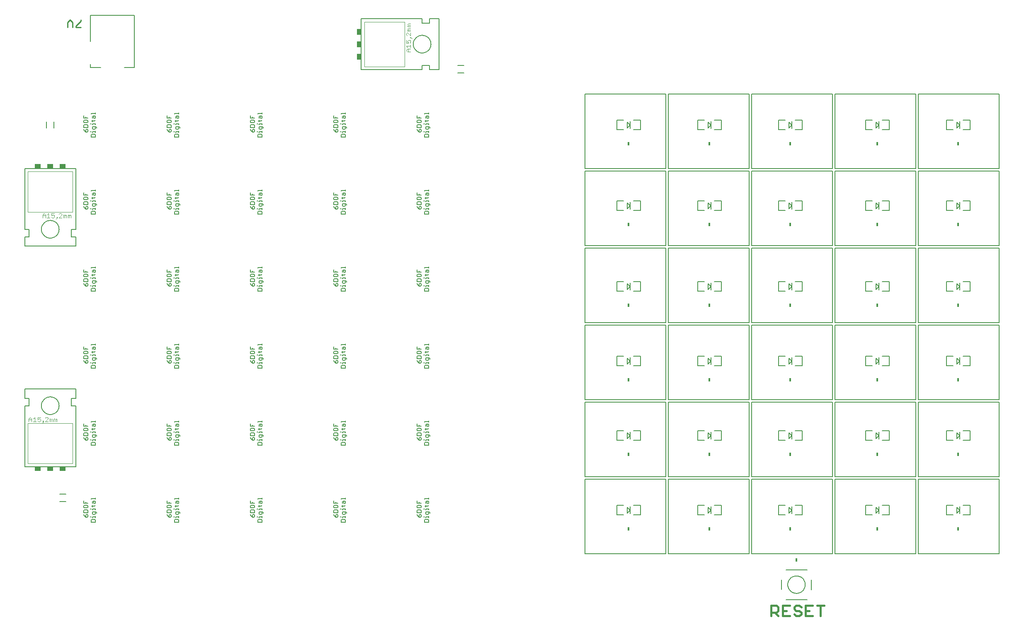
<source format=gto>
G75*
G70*
%OFA0B0*%
%FSLAX24Y24*%
%IPPOS*%
%LPD*%
%AMOC8*
5,1,8,0,0,1.08239X$1,22.5*
%
%ADD10C,0.0070*%
%ADD11C,0.0080*%
%ADD12C,0.0150*%
%ADD13C,0.0110*%
%ADD14R,0.0180X0.0300*%
%ADD15C,0.0060*%
%ADD16C,0.0020*%
%ADD17C,0.0040*%
%ADD18R,0.0500X0.0350*%
%ADD19R,0.0350X0.0500*%
D10*
X011001Y011771D02*
X011001Y011936D01*
X011056Y011991D01*
X011111Y011991D01*
X011166Y011936D01*
X011166Y011826D01*
X011111Y011771D01*
X011001Y011771D01*
X010891Y011881D01*
X010836Y011991D01*
X010836Y012139D02*
X010836Y012304D01*
X010891Y012360D01*
X011111Y012360D01*
X011166Y012304D01*
X011166Y012139D01*
X010836Y012139D01*
X010891Y012508D02*
X011111Y012508D01*
X011166Y012563D01*
X011166Y012673D01*
X011111Y012728D01*
X010891Y012728D01*
X010836Y012673D01*
X010836Y012563D01*
X010891Y012508D01*
X010836Y012876D02*
X010836Y013096D01*
X011001Y012986D02*
X011001Y012876D01*
X011166Y012876D02*
X010836Y012876D01*
X011436Y013213D02*
X011436Y013268D01*
X011766Y013268D01*
X011766Y013213D02*
X011766Y013323D01*
X011766Y013064D02*
X011766Y012899D01*
X011711Y012844D01*
X011656Y012899D01*
X011656Y013064D01*
X011601Y013064D02*
X011766Y013064D01*
X011601Y013064D02*
X011546Y013009D01*
X011546Y012899D01*
X011546Y012709D02*
X011546Y012599D01*
X011491Y012654D02*
X011711Y012654D01*
X011766Y012709D01*
X011766Y012463D02*
X011766Y012353D01*
X011766Y012408D02*
X011546Y012408D01*
X011546Y012353D01*
X011436Y012408D02*
X011381Y012408D01*
X011546Y012205D02*
X011546Y012040D01*
X011601Y011985D01*
X011711Y011985D01*
X011766Y012040D01*
X011766Y012205D01*
X011821Y012205D02*
X011546Y012205D01*
X011821Y012205D02*
X011876Y012150D01*
X011876Y012095D01*
X011766Y011849D02*
X011766Y011739D01*
X011766Y011794D02*
X011546Y011794D01*
X011546Y011739D01*
X011436Y011794D02*
X011381Y011794D01*
X011491Y011591D02*
X011436Y011536D01*
X011436Y011371D01*
X011766Y011371D01*
X011766Y011536D01*
X011711Y011591D01*
X011491Y011591D01*
X017536Y011991D02*
X017591Y011881D01*
X017701Y011771D01*
X017701Y011936D01*
X017756Y011991D01*
X017811Y011991D01*
X017866Y011936D01*
X017866Y011826D01*
X017811Y011771D01*
X017701Y011771D01*
X018081Y011794D02*
X018136Y011794D01*
X018246Y011794D02*
X018466Y011794D01*
X018466Y011739D02*
X018466Y011849D01*
X018411Y011985D02*
X018466Y012040D01*
X018466Y012205D01*
X018521Y012205D02*
X018246Y012205D01*
X018246Y012040D01*
X018301Y011985D01*
X018411Y011985D01*
X018576Y012095D02*
X018576Y012150D01*
X018521Y012205D01*
X018466Y012353D02*
X018466Y012463D01*
X018466Y012408D02*
X018246Y012408D01*
X018246Y012353D01*
X018136Y012408D02*
X018081Y012408D01*
X017866Y012304D02*
X017811Y012360D01*
X017591Y012360D01*
X017536Y012304D01*
X017536Y012139D01*
X017866Y012139D01*
X017866Y012304D01*
X017811Y012508D02*
X017866Y012563D01*
X017866Y012673D01*
X017811Y012728D01*
X017591Y012728D01*
X017536Y012673D01*
X017536Y012563D01*
X017591Y012508D01*
X017811Y012508D01*
X017866Y012876D02*
X017536Y012876D01*
X017536Y013096D01*
X017701Y012986D02*
X017701Y012876D01*
X018191Y012654D02*
X018411Y012654D01*
X018466Y012709D01*
X018411Y012844D02*
X018356Y012899D01*
X018356Y013064D01*
X018301Y013064D02*
X018466Y013064D01*
X018466Y012899D01*
X018411Y012844D01*
X018246Y012899D02*
X018246Y013009D01*
X018301Y013064D01*
X018136Y013213D02*
X018136Y013268D01*
X018466Y013268D01*
X018466Y013213D02*
X018466Y013323D01*
X018246Y012709D02*
X018246Y012599D01*
X018246Y011794D02*
X018246Y011739D01*
X018191Y011591D02*
X018136Y011536D01*
X018136Y011371D01*
X018466Y011371D01*
X018466Y011536D01*
X018411Y011591D01*
X018191Y011591D01*
X024236Y011991D02*
X024291Y011881D01*
X024401Y011771D01*
X024401Y011936D01*
X024456Y011991D01*
X024511Y011991D01*
X024566Y011936D01*
X024566Y011826D01*
X024511Y011771D01*
X024401Y011771D01*
X024781Y011794D02*
X024836Y011794D01*
X024946Y011794D02*
X025166Y011794D01*
X025166Y011739D02*
X025166Y011849D01*
X025111Y011985D02*
X025166Y012040D01*
X025166Y012205D01*
X025221Y012205D02*
X024946Y012205D01*
X024946Y012040D01*
X025001Y011985D01*
X025111Y011985D01*
X025276Y012095D02*
X025276Y012150D01*
X025221Y012205D01*
X025166Y012353D02*
X025166Y012463D01*
X025166Y012408D02*
X024946Y012408D01*
X024946Y012353D01*
X024836Y012408D02*
X024781Y012408D01*
X024566Y012304D02*
X024511Y012360D01*
X024291Y012360D01*
X024236Y012304D01*
X024236Y012139D01*
X024566Y012139D01*
X024566Y012304D01*
X024511Y012508D02*
X024566Y012563D01*
X024566Y012673D01*
X024511Y012728D01*
X024291Y012728D01*
X024236Y012673D01*
X024236Y012563D01*
X024291Y012508D01*
X024511Y012508D01*
X024566Y012876D02*
X024236Y012876D01*
X024236Y013096D01*
X024401Y012986D02*
X024401Y012876D01*
X024891Y012654D02*
X025111Y012654D01*
X025166Y012709D01*
X025111Y012844D02*
X025166Y012899D01*
X025166Y013064D01*
X025001Y013064D01*
X024946Y013009D01*
X024946Y012899D01*
X025056Y012899D02*
X025056Y013064D01*
X025056Y012899D02*
X025111Y012844D01*
X024946Y012709D02*
X024946Y012599D01*
X024836Y013213D02*
X024836Y013268D01*
X025166Y013268D01*
X025166Y013213D02*
X025166Y013323D01*
X024946Y011794D02*
X024946Y011739D01*
X024891Y011591D02*
X024836Y011536D01*
X024836Y011371D01*
X025166Y011371D01*
X025166Y011536D01*
X025111Y011591D01*
X024891Y011591D01*
X030936Y011991D02*
X030991Y011881D01*
X031101Y011771D01*
X031101Y011936D01*
X031156Y011991D01*
X031211Y011991D01*
X031266Y011936D01*
X031266Y011826D01*
X031211Y011771D01*
X031101Y011771D01*
X031481Y011794D02*
X031536Y011794D01*
X031646Y011794D02*
X031866Y011794D01*
X031866Y011739D02*
X031866Y011849D01*
X031811Y011985D02*
X031866Y012040D01*
X031866Y012205D01*
X031921Y012205D02*
X031646Y012205D01*
X031646Y012040D01*
X031701Y011985D01*
X031811Y011985D01*
X031976Y012095D02*
X031976Y012150D01*
X031921Y012205D01*
X031866Y012353D02*
X031866Y012463D01*
X031866Y012408D02*
X031646Y012408D01*
X031646Y012353D01*
X031536Y012408D02*
X031481Y012408D01*
X031266Y012304D02*
X031211Y012360D01*
X030991Y012360D01*
X030936Y012304D01*
X030936Y012139D01*
X031266Y012139D01*
X031266Y012304D01*
X031211Y012508D02*
X031266Y012563D01*
X031266Y012673D01*
X031211Y012728D01*
X030991Y012728D01*
X030936Y012673D01*
X030936Y012563D01*
X030991Y012508D01*
X031211Y012508D01*
X031266Y012876D02*
X030936Y012876D01*
X030936Y013096D01*
X031101Y012986D02*
X031101Y012876D01*
X031591Y012654D02*
X031811Y012654D01*
X031866Y012709D01*
X031811Y012844D02*
X031756Y012899D01*
X031756Y013064D01*
X031701Y013064D02*
X031866Y013064D01*
X031866Y012899D01*
X031811Y012844D01*
X031646Y012899D02*
X031646Y013009D01*
X031701Y013064D01*
X031536Y013213D02*
X031536Y013268D01*
X031866Y013268D01*
X031866Y013213D02*
X031866Y013323D01*
X031646Y012709D02*
X031646Y012599D01*
X031646Y011794D02*
X031646Y011739D01*
X031591Y011591D02*
X031536Y011536D01*
X031536Y011371D01*
X031866Y011371D01*
X031866Y011536D01*
X031811Y011591D01*
X031591Y011591D01*
X037636Y011991D02*
X037691Y011881D01*
X037801Y011771D01*
X037801Y011936D01*
X037856Y011991D01*
X037911Y011991D01*
X037966Y011936D01*
X037966Y011826D01*
X037911Y011771D01*
X037801Y011771D01*
X038181Y011794D02*
X038236Y011794D01*
X038346Y011794D02*
X038566Y011794D01*
X038566Y011739D02*
X038566Y011849D01*
X038511Y011985D02*
X038566Y012040D01*
X038566Y012205D01*
X038621Y012205D02*
X038346Y012205D01*
X038346Y012040D01*
X038401Y011985D01*
X038511Y011985D01*
X038676Y012095D02*
X038676Y012150D01*
X038621Y012205D01*
X038566Y012353D02*
X038566Y012463D01*
X038566Y012408D02*
X038346Y012408D01*
X038346Y012353D01*
X038236Y012408D02*
X038181Y012408D01*
X037966Y012304D02*
X037911Y012360D01*
X037691Y012360D01*
X037636Y012304D01*
X037636Y012139D01*
X037966Y012139D01*
X037966Y012304D01*
X037911Y012508D02*
X037691Y012508D01*
X037636Y012563D01*
X037636Y012673D01*
X037691Y012728D01*
X037911Y012728D01*
X037966Y012673D01*
X037966Y012563D01*
X037911Y012508D01*
X037966Y012876D02*
X037636Y012876D01*
X037636Y013096D01*
X037801Y012986D02*
X037801Y012876D01*
X038291Y012654D02*
X038511Y012654D01*
X038566Y012709D01*
X038511Y012844D02*
X038456Y012899D01*
X038456Y013064D01*
X038401Y013064D02*
X038566Y013064D01*
X038566Y012899D01*
X038511Y012844D01*
X038346Y012899D02*
X038346Y013009D01*
X038401Y013064D01*
X038236Y013213D02*
X038236Y013268D01*
X038566Y013268D01*
X038566Y013213D02*
X038566Y013323D01*
X038346Y012709D02*
X038346Y012599D01*
X038346Y011794D02*
X038346Y011739D01*
X038291Y011591D02*
X038236Y011536D01*
X038236Y011371D01*
X038566Y011371D01*
X038566Y011536D01*
X038511Y011591D01*
X038291Y011591D01*
X038236Y017571D02*
X038236Y017736D01*
X038291Y017791D01*
X038511Y017791D01*
X038566Y017736D01*
X038566Y017571D01*
X038236Y017571D01*
X038346Y017939D02*
X038346Y017994D01*
X038566Y017994D01*
X038566Y017939D02*
X038566Y018049D01*
X038511Y018185D02*
X038566Y018240D01*
X038566Y018405D01*
X038621Y018405D02*
X038346Y018405D01*
X038346Y018240D01*
X038401Y018185D01*
X038511Y018185D01*
X038676Y018295D02*
X038676Y018350D01*
X038621Y018405D01*
X038566Y018553D02*
X038566Y018663D01*
X038566Y018608D02*
X038346Y018608D01*
X038346Y018553D01*
X038236Y018608D02*
X038181Y018608D01*
X037966Y018504D02*
X037911Y018560D01*
X037691Y018560D01*
X037636Y018504D01*
X037636Y018339D01*
X037966Y018339D01*
X037966Y018504D01*
X037911Y018708D02*
X037966Y018763D01*
X037966Y018873D01*
X037911Y018928D01*
X037691Y018928D01*
X037636Y018873D01*
X037636Y018763D01*
X037691Y018708D01*
X037911Y018708D01*
X037966Y019076D02*
X037636Y019076D01*
X037636Y019296D01*
X037801Y019186D02*
X037801Y019076D01*
X038291Y018854D02*
X038511Y018854D01*
X038566Y018909D01*
X038511Y019044D02*
X038456Y019099D01*
X038456Y019264D01*
X038401Y019264D02*
X038566Y019264D01*
X038566Y019099D01*
X038511Y019044D01*
X038346Y019099D02*
X038346Y019209D01*
X038401Y019264D01*
X038236Y019413D02*
X038236Y019468D01*
X038566Y019468D01*
X038566Y019413D02*
X038566Y019523D01*
X038346Y018909D02*
X038346Y018799D01*
X037911Y018191D02*
X037856Y018191D01*
X037801Y018136D01*
X037801Y017971D01*
X037911Y017971D01*
X037966Y018026D01*
X037966Y018136D01*
X037911Y018191D01*
X037691Y018081D02*
X037801Y017971D01*
X037691Y018081D02*
X037636Y018191D01*
X038181Y017994D02*
X038236Y017994D01*
X031976Y018295D02*
X031976Y018350D01*
X031921Y018405D01*
X031646Y018405D01*
X031646Y018240D01*
X031701Y018185D01*
X031811Y018185D01*
X031866Y018240D01*
X031866Y018405D01*
X031866Y018553D02*
X031866Y018663D01*
X031866Y018608D02*
X031646Y018608D01*
X031646Y018553D01*
X031536Y018608D02*
X031481Y018608D01*
X031266Y018504D02*
X031211Y018560D01*
X030991Y018560D01*
X030936Y018504D01*
X030936Y018339D01*
X031266Y018339D01*
X031266Y018504D01*
X031211Y018708D02*
X031266Y018763D01*
X031266Y018873D01*
X031211Y018928D01*
X030991Y018928D01*
X030936Y018873D01*
X030936Y018763D01*
X030991Y018708D01*
X031211Y018708D01*
X031266Y019076D02*
X030936Y019076D01*
X030936Y019296D01*
X031101Y019186D02*
X031101Y019076D01*
X031591Y018854D02*
X031811Y018854D01*
X031866Y018909D01*
X031811Y019044D02*
X031756Y019099D01*
X031756Y019264D01*
X031701Y019264D02*
X031866Y019264D01*
X031866Y019099D01*
X031811Y019044D01*
X031646Y019099D02*
X031646Y019209D01*
X031701Y019264D01*
X031536Y019413D02*
X031536Y019468D01*
X031866Y019468D01*
X031866Y019413D02*
X031866Y019523D01*
X031646Y018909D02*
X031646Y018799D01*
X031211Y018191D02*
X031156Y018191D01*
X031101Y018136D01*
X031101Y017971D01*
X031211Y017971D01*
X031266Y018026D01*
X031266Y018136D01*
X031211Y018191D01*
X030991Y018081D02*
X031101Y017971D01*
X030991Y018081D02*
X030936Y018191D01*
X031481Y017994D02*
X031536Y017994D01*
X031646Y017994D02*
X031866Y017994D01*
X031866Y017939D02*
X031866Y018049D01*
X031646Y017994D02*
X031646Y017939D01*
X031591Y017791D02*
X031536Y017736D01*
X031536Y017571D01*
X031866Y017571D01*
X031866Y017736D01*
X031811Y017791D01*
X031591Y017791D01*
X025276Y018295D02*
X025276Y018350D01*
X025221Y018405D01*
X024946Y018405D01*
X024946Y018240D01*
X025001Y018185D01*
X025111Y018185D01*
X025166Y018240D01*
X025166Y018405D01*
X025166Y018553D02*
X025166Y018663D01*
X025166Y018608D02*
X024946Y018608D01*
X024946Y018553D01*
X024836Y018608D02*
X024781Y018608D01*
X024566Y018504D02*
X024511Y018560D01*
X024291Y018560D01*
X024236Y018504D01*
X024236Y018339D01*
X024566Y018339D01*
X024566Y018504D01*
X024511Y018708D02*
X024566Y018763D01*
X024566Y018873D01*
X024511Y018928D01*
X024291Y018928D01*
X024236Y018873D01*
X024236Y018763D01*
X024291Y018708D01*
X024511Y018708D01*
X024566Y019076D02*
X024236Y019076D01*
X024236Y019296D01*
X024401Y019186D02*
X024401Y019076D01*
X024891Y018854D02*
X025111Y018854D01*
X025166Y018909D01*
X025111Y019044D02*
X025166Y019099D01*
X025166Y019264D01*
X025001Y019264D01*
X024946Y019209D01*
X024946Y019099D01*
X025056Y019099D02*
X025056Y019264D01*
X025056Y019099D02*
X025111Y019044D01*
X024946Y018909D02*
X024946Y018799D01*
X024511Y018191D02*
X024456Y018191D01*
X024401Y018136D01*
X024401Y017971D01*
X024511Y017971D01*
X024566Y018026D01*
X024566Y018136D01*
X024511Y018191D01*
X024291Y018081D02*
X024401Y017971D01*
X024291Y018081D02*
X024236Y018191D01*
X024781Y017994D02*
X024836Y017994D01*
X024946Y017994D02*
X025166Y017994D01*
X025166Y017939D02*
X025166Y018049D01*
X024946Y017994D02*
X024946Y017939D01*
X024891Y017791D02*
X024836Y017736D01*
X024836Y017571D01*
X025166Y017571D01*
X025166Y017736D01*
X025111Y017791D01*
X024891Y017791D01*
X024836Y019413D02*
X024836Y019468D01*
X025166Y019468D01*
X025166Y019413D02*
X025166Y019523D01*
X025166Y023771D02*
X024836Y023771D01*
X024836Y023936D01*
X024891Y023991D01*
X025111Y023991D01*
X025166Y023936D01*
X025166Y023771D01*
X025166Y024139D02*
X025166Y024249D01*
X025166Y024194D02*
X024946Y024194D01*
X024946Y024139D01*
X024836Y024194D02*
X024781Y024194D01*
X024566Y024226D02*
X024566Y024336D01*
X024511Y024391D01*
X024456Y024391D01*
X024401Y024336D01*
X024401Y024171D01*
X024511Y024171D01*
X024566Y024226D01*
X024401Y024171D02*
X024291Y024281D01*
X024236Y024391D01*
X024236Y024539D02*
X024236Y024704D01*
X024291Y024760D01*
X024511Y024760D01*
X024566Y024704D01*
X024566Y024539D01*
X024236Y024539D01*
X024291Y024908D02*
X024236Y024963D01*
X024236Y025073D01*
X024291Y025128D01*
X024511Y025128D01*
X024566Y025073D01*
X024566Y024963D01*
X024511Y024908D01*
X024291Y024908D01*
X024236Y025276D02*
X024566Y025276D01*
X024401Y025276D02*
X024401Y025386D01*
X024236Y025276D02*
X024236Y025496D01*
X024836Y025613D02*
X024836Y025668D01*
X025166Y025668D01*
X025166Y025613D02*
X025166Y025723D01*
X025166Y025464D02*
X025166Y025299D01*
X025111Y025244D01*
X025056Y025299D01*
X025056Y025464D01*
X025001Y025464D02*
X025166Y025464D01*
X025001Y025464D02*
X024946Y025409D01*
X024946Y025299D01*
X024946Y025109D02*
X024946Y024999D01*
X024891Y025054D02*
X025111Y025054D01*
X025166Y025109D01*
X025166Y024863D02*
X025166Y024753D01*
X025166Y024808D02*
X024946Y024808D01*
X024946Y024753D01*
X024836Y024808D02*
X024781Y024808D01*
X024946Y024605D02*
X024946Y024440D01*
X025001Y024385D01*
X025111Y024385D01*
X025166Y024440D01*
X025166Y024605D01*
X025221Y024605D02*
X024946Y024605D01*
X025221Y024605D02*
X025276Y024550D01*
X025276Y024495D01*
X030936Y024539D02*
X030936Y024704D01*
X030991Y024760D01*
X031211Y024760D01*
X031266Y024704D01*
X031266Y024539D01*
X030936Y024539D01*
X030936Y024391D02*
X030991Y024281D01*
X031101Y024171D01*
X031101Y024336D01*
X031156Y024391D01*
X031211Y024391D01*
X031266Y024336D01*
X031266Y024226D01*
X031211Y024171D01*
X031101Y024171D01*
X031481Y024194D02*
X031536Y024194D01*
X031646Y024194D02*
X031866Y024194D01*
X031866Y024139D02*
X031866Y024249D01*
X031811Y024385D02*
X031866Y024440D01*
X031866Y024605D01*
X031921Y024605D02*
X031646Y024605D01*
X031646Y024440D01*
X031701Y024385D01*
X031811Y024385D01*
X031976Y024495D02*
X031976Y024550D01*
X031921Y024605D01*
X031866Y024753D02*
X031866Y024863D01*
X031866Y024808D02*
X031646Y024808D01*
X031646Y024753D01*
X031536Y024808D02*
X031481Y024808D01*
X031646Y024999D02*
X031646Y025109D01*
X031591Y025054D02*
X031811Y025054D01*
X031866Y025109D01*
X031811Y025244D02*
X031756Y025299D01*
X031756Y025464D01*
X031701Y025464D02*
X031866Y025464D01*
X031866Y025299D01*
X031811Y025244D01*
X031646Y025299D02*
X031646Y025409D01*
X031701Y025464D01*
X031536Y025613D02*
X031536Y025668D01*
X031866Y025668D01*
X031866Y025613D02*
X031866Y025723D01*
X031266Y025276D02*
X030936Y025276D01*
X030936Y025496D01*
X031101Y025386D02*
X031101Y025276D01*
X030991Y025128D02*
X030936Y025073D01*
X030936Y024963D01*
X030991Y024908D01*
X031211Y024908D01*
X031266Y024963D01*
X031266Y025073D01*
X031211Y025128D01*
X030991Y025128D01*
X031646Y024194D02*
X031646Y024139D01*
X031591Y023991D02*
X031536Y023936D01*
X031536Y023771D01*
X031866Y023771D01*
X031866Y023936D01*
X031811Y023991D01*
X031591Y023991D01*
X037636Y024391D02*
X037691Y024281D01*
X037801Y024171D01*
X037801Y024336D01*
X037856Y024391D01*
X037911Y024391D01*
X037966Y024336D01*
X037966Y024226D01*
X037911Y024171D01*
X037801Y024171D01*
X038181Y024194D02*
X038236Y024194D01*
X038346Y024194D02*
X038566Y024194D01*
X038566Y024139D02*
X038566Y024249D01*
X038511Y024385D02*
X038566Y024440D01*
X038566Y024605D01*
X038621Y024605D02*
X038346Y024605D01*
X038346Y024440D01*
X038401Y024385D01*
X038511Y024385D01*
X038676Y024495D02*
X038676Y024550D01*
X038621Y024605D01*
X038566Y024753D02*
X038566Y024863D01*
X038566Y024808D02*
X038346Y024808D01*
X038346Y024753D01*
X038236Y024808D02*
X038181Y024808D01*
X037966Y024704D02*
X037911Y024760D01*
X037691Y024760D01*
X037636Y024704D01*
X037636Y024539D01*
X037966Y024539D01*
X037966Y024704D01*
X037911Y024908D02*
X037691Y024908D01*
X037636Y024963D01*
X037636Y025073D01*
X037691Y025128D01*
X037911Y025128D01*
X037966Y025073D01*
X037966Y024963D01*
X037911Y024908D01*
X037966Y025276D02*
X037636Y025276D01*
X037636Y025496D01*
X037801Y025386D02*
X037801Y025276D01*
X038291Y025054D02*
X038511Y025054D01*
X038566Y025109D01*
X038511Y025244D02*
X038456Y025299D01*
X038456Y025464D01*
X038401Y025464D02*
X038566Y025464D01*
X038566Y025299D01*
X038511Y025244D01*
X038346Y025299D02*
X038346Y025409D01*
X038401Y025464D01*
X038236Y025613D02*
X038236Y025668D01*
X038566Y025668D01*
X038566Y025613D02*
X038566Y025723D01*
X038346Y025109D02*
X038346Y024999D01*
X038346Y024194D02*
X038346Y024139D01*
X038291Y023991D02*
X038236Y023936D01*
X038236Y023771D01*
X038566Y023771D01*
X038566Y023936D01*
X038511Y023991D01*
X038291Y023991D01*
X038236Y029971D02*
X038236Y030136D01*
X038291Y030191D01*
X038511Y030191D01*
X038566Y030136D01*
X038566Y029971D01*
X038236Y029971D01*
X038346Y030339D02*
X038346Y030394D01*
X038566Y030394D01*
X038566Y030339D02*
X038566Y030449D01*
X038511Y030585D02*
X038566Y030640D01*
X038566Y030805D01*
X038621Y030805D02*
X038346Y030805D01*
X038346Y030640D01*
X038401Y030585D01*
X038511Y030585D01*
X038676Y030695D02*
X038676Y030750D01*
X038621Y030805D01*
X038566Y030953D02*
X038566Y031063D01*
X038566Y031008D02*
X038346Y031008D01*
X038346Y030953D01*
X038236Y031008D02*
X038181Y031008D01*
X037966Y030904D02*
X037911Y030960D01*
X037691Y030960D01*
X037636Y030904D01*
X037636Y030739D01*
X037966Y030739D01*
X037966Y030904D01*
X037911Y031108D02*
X037966Y031163D01*
X037966Y031273D01*
X037911Y031328D01*
X037691Y031328D01*
X037636Y031273D01*
X037636Y031163D01*
X037691Y031108D01*
X037911Y031108D01*
X037966Y031476D02*
X037636Y031476D01*
X037636Y031696D01*
X037801Y031586D02*
X037801Y031476D01*
X038291Y031254D02*
X038511Y031254D01*
X038566Y031309D01*
X038511Y031444D02*
X038456Y031499D01*
X038456Y031664D01*
X038401Y031664D02*
X038566Y031664D01*
X038566Y031499D01*
X038511Y031444D01*
X038346Y031499D02*
X038346Y031609D01*
X038401Y031664D01*
X038236Y031813D02*
X038236Y031868D01*
X038566Y031868D01*
X038566Y031813D02*
X038566Y031923D01*
X038346Y031309D02*
X038346Y031199D01*
X037911Y030591D02*
X037856Y030591D01*
X037801Y030536D01*
X037801Y030371D01*
X037911Y030371D01*
X037966Y030426D01*
X037966Y030536D01*
X037911Y030591D01*
X037691Y030481D02*
X037801Y030371D01*
X037691Y030481D02*
X037636Y030591D01*
X038181Y030394D02*
X038236Y030394D01*
X031976Y030695D02*
X031976Y030750D01*
X031921Y030805D01*
X031646Y030805D01*
X031646Y030640D01*
X031701Y030585D01*
X031811Y030585D01*
X031866Y030640D01*
X031866Y030805D01*
X031866Y030953D02*
X031866Y031063D01*
X031866Y031008D02*
X031646Y031008D01*
X031646Y030953D01*
X031536Y031008D02*
X031481Y031008D01*
X031266Y030904D02*
X031211Y030960D01*
X030991Y030960D01*
X030936Y030904D01*
X030936Y030739D01*
X031266Y030739D01*
X031266Y030904D01*
X031211Y031108D02*
X031266Y031163D01*
X031266Y031273D01*
X031211Y031328D01*
X030991Y031328D01*
X030936Y031273D01*
X030936Y031163D01*
X030991Y031108D01*
X031211Y031108D01*
X031266Y031476D02*
X030936Y031476D01*
X030936Y031696D01*
X031101Y031586D02*
X031101Y031476D01*
X031591Y031254D02*
X031811Y031254D01*
X031866Y031309D01*
X031811Y031444D02*
X031756Y031499D01*
X031756Y031664D01*
X031701Y031664D02*
X031866Y031664D01*
X031866Y031499D01*
X031811Y031444D01*
X031646Y031499D02*
X031646Y031609D01*
X031701Y031664D01*
X031536Y031813D02*
X031536Y031868D01*
X031866Y031868D01*
X031866Y031813D02*
X031866Y031923D01*
X031646Y031309D02*
X031646Y031199D01*
X031211Y030591D02*
X031156Y030591D01*
X031101Y030536D01*
X031101Y030371D01*
X031211Y030371D01*
X031266Y030426D01*
X031266Y030536D01*
X031211Y030591D01*
X030991Y030481D02*
X031101Y030371D01*
X030991Y030481D02*
X030936Y030591D01*
X031481Y030394D02*
X031536Y030394D01*
X031646Y030394D02*
X031866Y030394D01*
X031866Y030339D02*
X031866Y030449D01*
X031646Y030394D02*
X031646Y030339D01*
X031591Y030191D02*
X031536Y030136D01*
X031536Y029971D01*
X031866Y029971D01*
X031866Y030136D01*
X031811Y030191D01*
X031591Y030191D01*
X025276Y030695D02*
X025276Y030750D01*
X025221Y030805D01*
X024946Y030805D01*
X024946Y030640D01*
X025001Y030585D01*
X025111Y030585D01*
X025166Y030640D01*
X025166Y030805D01*
X025166Y030953D02*
X025166Y031063D01*
X025166Y031008D02*
X024946Y031008D01*
X024946Y030953D01*
X024836Y031008D02*
X024781Y031008D01*
X024566Y030904D02*
X024511Y030960D01*
X024291Y030960D01*
X024236Y030904D01*
X024236Y030739D01*
X024566Y030739D01*
X024566Y030904D01*
X024511Y031108D02*
X024566Y031163D01*
X024566Y031273D01*
X024511Y031328D01*
X024291Y031328D01*
X024236Y031273D01*
X024236Y031163D01*
X024291Y031108D01*
X024511Y031108D01*
X024566Y031476D02*
X024236Y031476D01*
X024236Y031696D01*
X024401Y031586D02*
X024401Y031476D01*
X024891Y031254D02*
X025111Y031254D01*
X025166Y031309D01*
X025111Y031444D02*
X025166Y031499D01*
X025166Y031664D01*
X025001Y031664D01*
X024946Y031609D01*
X024946Y031499D01*
X025056Y031499D02*
X025056Y031664D01*
X025056Y031499D02*
X025111Y031444D01*
X024946Y031309D02*
X024946Y031199D01*
X024511Y030591D02*
X024456Y030591D01*
X024401Y030536D01*
X024401Y030371D01*
X024511Y030371D01*
X024566Y030426D01*
X024566Y030536D01*
X024511Y030591D01*
X024291Y030481D02*
X024401Y030371D01*
X024291Y030481D02*
X024236Y030591D01*
X024781Y030394D02*
X024836Y030394D01*
X024946Y030394D02*
X025166Y030394D01*
X025166Y030339D02*
X025166Y030449D01*
X024946Y030394D02*
X024946Y030339D01*
X024891Y030191D02*
X024836Y030136D01*
X024836Y029971D01*
X025166Y029971D01*
X025166Y030136D01*
X025111Y030191D01*
X024891Y030191D01*
X024836Y031813D02*
X024836Y031868D01*
X025166Y031868D01*
X025166Y031813D02*
X025166Y031923D01*
X025166Y036171D02*
X024836Y036171D01*
X024836Y036336D01*
X024891Y036391D01*
X025111Y036391D01*
X025166Y036336D01*
X025166Y036171D01*
X025166Y036539D02*
X025166Y036649D01*
X025166Y036594D02*
X024946Y036594D01*
X024946Y036539D01*
X024836Y036594D02*
X024781Y036594D01*
X024566Y036626D02*
X024511Y036571D01*
X024401Y036571D01*
X024401Y036736D01*
X024456Y036791D01*
X024511Y036791D01*
X024566Y036736D01*
X024566Y036626D01*
X024401Y036571D02*
X024291Y036681D01*
X024236Y036791D01*
X024236Y036939D02*
X024236Y037104D01*
X024291Y037160D01*
X024511Y037160D01*
X024566Y037104D01*
X024566Y036939D01*
X024236Y036939D01*
X024291Y037308D02*
X024236Y037363D01*
X024236Y037473D01*
X024291Y037528D01*
X024511Y037528D01*
X024566Y037473D01*
X024566Y037363D01*
X024511Y037308D01*
X024291Y037308D01*
X024236Y037676D02*
X024566Y037676D01*
X024401Y037676D02*
X024401Y037786D01*
X024236Y037676D02*
X024236Y037896D01*
X024836Y038013D02*
X024836Y038068D01*
X025166Y038068D01*
X025166Y038013D02*
X025166Y038123D01*
X025166Y037864D02*
X025166Y037699D01*
X025111Y037644D01*
X025056Y037699D01*
X025056Y037864D01*
X025001Y037864D02*
X025166Y037864D01*
X025001Y037864D02*
X024946Y037809D01*
X024946Y037699D01*
X024946Y037509D02*
X024946Y037399D01*
X024891Y037454D02*
X025111Y037454D01*
X025166Y037509D01*
X025166Y037263D02*
X025166Y037153D01*
X025166Y037208D02*
X024946Y037208D01*
X024946Y037153D01*
X024836Y037208D02*
X024781Y037208D01*
X024946Y037005D02*
X024946Y036840D01*
X025001Y036785D01*
X025111Y036785D01*
X025166Y036840D01*
X025166Y037005D01*
X025221Y037005D02*
X024946Y037005D01*
X025221Y037005D02*
X025276Y036950D01*
X025276Y036895D01*
X030936Y036939D02*
X030936Y037104D01*
X030991Y037160D01*
X031211Y037160D01*
X031266Y037104D01*
X031266Y036939D01*
X030936Y036939D01*
X030936Y036791D02*
X030991Y036681D01*
X031101Y036571D01*
X031101Y036736D01*
X031156Y036791D01*
X031211Y036791D01*
X031266Y036736D01*
X031266Y036626D01*
X031211Y036571D01*
X031101Y036571D01*
X031481Y036594D02*
X031536Y036594D01*
X031646Y036594D02*
X031866Y036594D01*
X031866Y036539D02*
X031866Y036649D01*
X031811Y036785D02*
X031866Y036840D01*
X031866Y037005D01*
X031921Y037005D02*
X031646Y037005D01*
X031646Y036840D01*
X031701Y036785D01*
X031811Y036785D01*
X031976Y036895D02*
X031976Y036950D01*
X031921Y037005D01*
X031866Y037153D02*
X031866Y037263D01*
X031866Y037208D02*
X031646Y037208D01*
X031646Y037153D01*
X031536Y037208D02*
X031481Y037208D01*
X031646Y037399D02*
X031646Y037509D01*
X031591Y037454D02*
X031811Y037454D01*
X031866Y037509D01*
X031811Y037644D02*
X031756Y037699D01*
X031756Y037864D01*
X031701Y037864D02*
X031866Y037864D01*
X031866Y037699D01*
X031811Y037644D01*
X031646Y037699D02*
X031646Y037809D01*
X031701Y037864D01*
X031536Y038013D02*
X031536Y038068D01*
X031866Y038068D01*
X031866Y038013D02*
X031866Y038123D01*
X031266Y037676D02*
X030936Y037676D01*
X030936Y037896D01*
X031101Y037786D02*
X031101Y037676D01*
X030991Y037528D02*
X030936Y037473D01*
X030936Y037363D01*
X030991Y037308D01*
X031211Y037308D01*
X031266Y037363D01*
X031266Y037473D01*
X031211Y037528D01*
X030991Y037528D01*
X031646Y036594D02*
X031646Y036539D01*
X031591Y036391D02*
X031536Y036336D01*
X031536Y036171D01*
X031866Y036171D01*
X031866Y036336D01*
X031811Y036391D01*
X031591Y036391D01*
X037636Y036791D02*
X037691Y036681D01*
X037801Y036571D01*
X037801Y036736D01*
X037856Y036791D01*
X037911Y036791D01*
X037966Y036736D01*
X037966Y036626D01*
X037911Y036571D01*
X037801Y036571D01*
X038181Y036594D02*
X038236Y036594D01*
X038346Y036594D02*
X038566Y036594D01*
X038566Y036539D02*
X038566Y036649D01*
X038511Y036785D02*
X038566Y036840D01*
X038566Y037005D01*
X038621Y037005D02*
X038346Y037005D01*
X038346Y036840D01*
X038401Y036785D01*
X038511Y036785D01*
X038676Y036895D02*
X038676Y036950D01*
X038621Y037005D01*
X038566Y037153D02*
X038566Y037263D01*
X038566Y037208D02*
X038346Y037208D01*
X038346Y037153D01*
X038236Y037208D02*
X038181Y037208D01*
X037966Y037104D02*
X037911Y037160D01*
X037691Y037160D01*
X037636Y037104D01*
X037636Y036939D01*
X037966Y036939D01*
X037966Y037104D01*
X037911Y037308D02*
X037691Y037308D01*
X037636Y037363D01*
X037636Y037473D01*
X037691Y037528D01*
X037911Y037528D01*
X037966Y037473D01*
X037966Y037363D01*
X037911Y037308D01*
X037966Y037676D02*
X037636Y037676D01*
X037636Y037896D01*
X037801Y037786D02*
X037801Y037676D01*
X038291Y037454D02*
X038511Y037454D01*
X038566Y037509D01*
X038511Y037644D02*
X038456Y037699D01*
X038456Y037864D01*
X038401Y037864D02*
X038566Y037864D01*
X038566Y037699D01*
X038511Y037644D01*
X038346Y037699D02*
X038346Y037809D01*
X038401Y037864D01*
X038236Y038013D02*
X038236Y038068D01*
X038566Y038068D01*
X038566Y038013D02*
X038566Y038123D01*
X038346Y037509D02*
X038346Y037399D01*
X038346Y036594D02*
X038346Y036539D01*
X038291Y036391D02*
X038236Y036336D01*
X038236Y036171D01*
X038566Y036171D01*
X038566Y036336D01*
X038511Y036391D01*
X038291Y036391D01*
X038236Y042371D02*
X038236Y042536D01*
X038291Y042591D01*
X038511Y042591D01*
X038566Y042536D01*
X038566Y042371D01*
X038236Y042371D01*
X038346Y042739D02*
X038346Y042794D01*
X038566Y042794D01*
X038566Y042739D02*
X038566Y042849D01*
X038511Y042985D02*
X038566Y043040D01*
X038566Y043205D01*
X038621Y043205D02*
X038346Y043205D01*
X038346Y043040D01*
X038401Y042985D01*
X038511Y042985D01*
X038676Y043095D02*
X038676Y043150D01*
X038621Y043205D01*
X038566Y043353D02*
X038566Y043463D01*
X038566Y043408D02*
X038346Y043408D01*
X038346Y043353D01*
X038236Y043408D02*
X038181Y043408D01*
X037966Y043304D02*
X037911Y043360D01*
X037691Y043360D01*
X037636Y043304D01*
X037636Y043139D01*
X037966Y043139D01*
X037966Y043304D01*
X037911Y043508D02*
X037966Y043563D01*
X037966Y043673D01*
X037911Y043728D01*
X037691Y043728D01*
X037636Y043673D01*
X037636Y043563D01*
X037691Y043508D01*
X037911Y043508D01*
X037966Y043876D02*
X037636Y043876D01*
X037636Y044096D01*
X037801Y043986D02*
X037801Y043876D01*
X038291Y043654D02*
X038511Y043654D01*
X038566Y043709D01*
X038511Y043844D02*
X038456Y043899D01*
X038456Y044064D01*
X038401Y044064D02*
X038566Y044064D01*
X038566Y043899D01*
X038511Y043844D01*
X038346Y043899D02*
X038346Y044009D01*
X038401Y044064D01*
X038236Y044213D02*
X038236Y044268D01*
X038566Y044268D01*
X038566Y044213D02*
X038566Y044323D01*
X038346Y043709D02*
X038346Y043599D01*
X037911Y042991D02*
X037856Y042991D01*
X037801Y042936D01*
X037801Y042771D01*
X037911Y042771D01*
X037966Y042826D01*
X037966Y042936D01*
X037911Y042991D01*
X037691Y042881D02*
X037801Y042771D01*
X037691Y042881D02*
X037636Y042991D01*
X038181Y042794D02*
X038236Y042794D01*
X031976Y043095D02*
X031976Y043150D01*
X031921Y043205D01*
X031646Y043205D01*
X031646Y043040D01*
X031701Y042985D01*
X031811Y042985D01*
X031866Y043040D01*
X031866Y043205D01*
X031866Y043353D02*
X031866Y043463D01*
X031866Y043408D02*
X031646Y043408D01*
X031646Y043353D01*
X031536Y043408D02*
X031481Y043408D01*
X031266Y043304D02*
X031211Y043360D01*
X030991Y043360D01*
X030936Y043304D01*
X030936Y043139D01*
X031266Y043139D01*
X031266Y043304D01*
X031211Y043508D02*
X031266Y043563D01*
X031266Y043673D01*
X031211Y043728D01*
X030991Y043728D01*
X030936Y043673D01*
X030936Y043563D01*
X030991Y043508D01*
X031211Y043508D01*
X031266Y043876D02*
X030936Y043876D01*
X030936Y044096D01*
X031101Y043986D02*
X031101Y043876D01*
X031591Y043654D02*
X031811Y043654D01*
X031866Y043709D01*
X031811Y043844D02*
X031756Y043899D01*
X031756Y044064D01*
X031701Y044064D02*
X031866Y044064D01*
X031866Y043899D01*
X031811Y043844D01*
X031646Y043899D02*
X031646Y044009D01*
X031701Y044064D01*
X031536Y044213D02*
X031536Y044268D01*
X031866Y044268D01*
X031866Y044213D02*
X031866Y044323D01*
X031646Y043709D02*
X031646Y043599D01*
X031211Y042991D02*
X031156Y042991D01*
X031101Y042936D01*
X031101Y042771D01*
X031211Y042771D01*
X031266Y042826D01*
X031266Y042936D01*
X031211Y042991D01*
X030991Y042881D02*
X031101Y042771D01*
X030991Y042881D02*
X030936Y042991D01*
X031481Y042794D02*
X031536Y042794D01*
X031646Y042794D02*
X031866Y042794D01*
X031866Y042739D02*
X031866Y042849D01*
X031646Y042794D02*
X031646Y042739D01*
X031591Y042591D02*
X031536Y042536D01*
X031536Y042371D01*
X031866Y042371D01*
X031866Y042536D01*
X031811Y042591D01*
X031591Y042591D01*
X025276Y043095D02*
X025276Y043150D01*
X025221Y043205D01*
X024946Y043205D01*
X024946Y043040D01*
X025001Y042985D01*
X025111Y042985D01*
X025166Y043040D01*
X025166Y043205D01*
X025166Y043353D02*
X025166Y043463D01*
X025166Y043408D02*
X024946Y043408D01*
X024946Y043353D01*
X024836Y043408D02*
X024781Y043408D01*
X024566Y043304D02*
X024511Y043360D01*
X024291Y043360D01*
X024236Y043304D01*
X024236Y043139D01*
X024566Y043139D01*
X024566Y043304D01*
X024511Y043508D02*
X024566Y043563D01*
X024566Y043673D01*
X024511Y043728D01*
X024291Y043728D01*
X024236Y043673D01*
X024236Y043563D01*
X024291Y043508D01*
X024511Y043508D01*
X024566Y043876D02*
X024236Y043876D01*
X024236Y044096D01*
X024401Y043986D02*
X024401Y043876D01*
X024891Y043654D02*
X025111Y043654D01*
X025166Y043709D01*
X025111Y043844D02*
X025166Y043899D01*
X025166Y044064D01*
X025001Y044064D01*
X024946Y044009D01*
X024946Y043899D01*
X025056Y043899D02*
X025056Y044064D01*
X025056Y043899D02*
X025111Y043844D01*
X024946Y043709D02*
X024946Y043599D01*
X024511Y042991D02*
X024456Y042991D01*
X024401Y042936D01*
X024401Y042771D01*
X024511Y042771D01*
X024566Y042826D01*
X024566Y042936D01*
X024511Y042991D01*
X024291Y042881D02*
X024401Y042771D01*
X024291Y042881D02*
X024236Y042991D01*
X024781Y042794D02*
X024836Y042794D01*
X024946Y042794D02*
X025166Y042794D01*
X025166Y042739D02*
X025166Y042849D01*
X024946Y042794D02*
X024946Y042739D01*
X024891Y042591D02*
X024836Y042536D01*
X024836Y042371D01*
X025166Y042371D01*
X025166Y042536D01*
X025111Y042591D01*
X024891Y042591D01*
X024836Y044213D02*
X024836Y044268D01*
X025166Y044268D01*
X025166Y044213D02*
X025166Y044323D01*
X018576Y043150D02*
X018521Y043205D01*
X018246Y043205D01*
X018246Y043040D01*
X018301Y042985D01*
X018411Y042985D01*
X018466Y043040D01*
X018466Y043205D01*
X018576Y043150D02*
X018576Y043095D01*
X018466Y042849D02*
X018466Y042739D01*
X018466Y042794D02*
X018246Y042794D01*
X018246Y042739D01*
X018136Y042794D02*
X018081Y042794D01*
X017866Y042826D02*
X017866Y042936D01*
X017811Y042991D01*
X017756Y042991D01*
X017701Y042936D01*
X017701Y042771D01*
X017811Y042771D01*
X017866Y042826D01*
X017701Y042771D02*
X017591Y042881D01*
X017536Y042991D01*
X017536Y043139D02*
X017536Y043304D01*
X017591Y043360D01*
X017811Y043360D01*
X017866Y043304D01*
X017866Y043139D01*
X017536Y043139D01*
X017591Y043508D02*
X017811Y043508D01*
X017866Y043563D01*
X017866Y043673D01*
X017811Y043728D01*
X017591Y043728D01*
X017536Y043673D01*
X017536Y043563D01*
X017591Y043508D01*
X017536Y043876D02*
X017536Y044096D01*
X017701Y043986D02*
X017701Y043876D01*
X017866Y043876D02*
X017536Y043876D01*
X018136Y044213D02*
X018136Y044268D01*
X018466Y044268D01*
X018466Y044213D02*
X018466Y044323D01*
X018466Y044064D02*
X018466Y043899D01*
X018411Y043844D01*
X018356Y043899D01*
X018356Y044064D01*
X018301Y044064D02*
X018466Y044064D01*
X018301Y044064D02*
X018246Y044009D01*
X018246Y043899D01*
X018246Y043709D02*
X018246Y043599D01*
X018191Y043654D02*
X018411Y043654D01*
X018466Y043709D01*
X018466Y043463D02*
X018466Y043353D01*
X018466Y043408D02*
X018246Y043408D01*
X018246Y043353D01*
X018136Y043408D02*
X018081Y043408D01*
X018191Y042591D02*
X018136Y042536D01*
X018136Y042371D01*
X018466Y042371D01*
X018466Y042536D01*
X018411Y042591D01*
X018191Y042591D01*
X011876Y043095D02*
X011876Y043150D01*
X011821Y043205D01*
X011546Y043205D01*
X011546Y043040D01*
X011601Y042985D01*
X011711Y042985D01*
X011766Y043040D01*
X011766Y043205D01*
X011766Y043353D02*
X011766Y043463D01*
X011766Y043408D02*
X011546Y043408D01*
X011546Y043353D01*
X011436Y043408D02*
X011381Y043408D01*
X011166Y043304D02*
X011111Y043360D01*
X010891Y043360D01*
X010836Y043304D01*
X010836Y043139D01*
X011166Y043139D01*
X011166Y043304D01*
X011111Y043508D02*
X011166Y043563D01*
X011166Y043673D01*
X011111Y043728D01*
X010891Y043728D01*
X010836Y043673D01*
X010836Y043563D01*
X010891Y043508D01*
X011111Y043508D01*
X011166Y043876D02*
X010836Y043876D01*
X010836Y044096D01*
X011001Y043986D02*
X011001Y043876D01*
X011491Y043654D02*
X011711Y043654D01*
X011766Y043709D01*
X011711Y043844D02*
X011656Y043899D01*
X011656Y044064D01*
X011601Y044064D02*
X011766Y044064D01*
X011766Y043899D01*
X011711Y043844D01*
X011546Y043899D02*
X011546Y044009D01*
X011601Y044064D01*
X011436Y044213D02*
X011436Y044268D01*
X011766Y044268D01*
X011766Y044213D02*
X011766Y044323D01*
X011546Y043709D02*
X011546Y043599D01*
X011111Y042991D02*
X011056Y042991D01*
X011001Y042936D01*
X011001Y042771D01*
X011111Y042771D01*
X011166Y042826D01*
X011166Y042936D01*
X011111Y042991D01*
X010891Y042881D02*
X011001Y042771D01*
X010891Y042881D02*
X010836Y042991D01*
X011381Y042794D02*
X011436Y042794D01*
X011546Y042794D02*
X011766Y042794D01*
X011766Y042739D02*
X011766Y042849D01*
X011546Y042794D02*
X011546Y042739D01*
X011491Y042591D02*
X011436Y042536D01*
X011436Y042371D01*
X011766Y042371D01*
X011766Y042536D01*
X011711Y042591D01*
X011491Y042591D01*
X011766Y038123D02*
X011766Y038013D01*
X011766Y038068D02*
X011436Y038068D01*
X011436Y038013D01*
X011601Y037864D02*
X011766Y037864D01*
X011766Y037699D01*
X011711Y037644D01*
X011656Y037699D01*
X011656Y037864D01*
X011601Y037864D02*
X011546Y037809D01*
X011546Y037699D01*
X011546Y037509D02*
X011546Y037399D01*
X011491Y037454D02*
X011711Y037454D01*
X011766Y037509D01*
X011766Y037263D02*
X011766Y037153D01*
X011766Y037208D02*
X011546Y037208D01*
X011546Y037153D01*
X011436Y037208D02*
X011381Y037208D01*
X011166Y037104D02*
X011111Y037160D01*
X010891Y037160D01*
X010836Y037104D01*
X010836Y036939D01*
X011166Y036939D01*
X011166Y037104D01*
X011111Y037308D02*
X011166Y037363D01*
X011166Y037473D01*
X011111Y037528D01*
X010891Y037528D01*
X010836Y037473D01*
X010836Y037363D01*
X010891Y037308D01*
X011111Y037308D01*
X011166Y037676D02*
X010836Y037676D01*
X010836Y037896D01*
X011001Y037786D02*
X011001Y037676D01*
X011546Y037005D02*
X011546Y036840D01*
X011601Y036785D01*
X011711Y036785D01*
X011766Y036840D01*
X011766Y037005D01*
X011821Y037005D02*
X011546Y037005D01*
X011821Y037005D02*
X011876Y036950D01*
X011876Y036895D01*
X011766Y036649D02*
X011766Y036539D01*
X011766Y036594D02*
X011546Y036594D01*
X011546Y036539D01*
X011436Y036594D02*
X011381Y036594D01*
X011166Y036626D02*
X011111Y036571D01*
X011001Y036571D01*
X011001Y036736D01*
X011056Y036791D01*
X011111Y036791D01*
X011166Y036736D01*
X011166Y036626D01*
X011001Y036571D02*
X010891Y036681D01*
X010836Y036791D01*
X011436Y036336D02*
X011436Y036171D01*
X011766Y036171D01*
X011766Y036336D01*
X011711Y036391D01*
X011491Y036391D01*
X011436Y036336D01*
X017536Y036791D02*
X017591Y036681D01*
X017701Y036571D01*
X017701Y036736D01*
X017756Y036791D01*
X017811Y036791D01*
X017866Y036736D01*
X017866Y036626D01*
X017811Y036571D01*
X017701Y036571D01*
X018081Y036594D02*
X018136Y036594D01*
X018246Y036594D02*
X018466Y036594D01*
X018466Y036539D02*
X018466Y036649D01*
X018411Y036785D02*
X018466Y036840D01*
X018466Y037005D01*
X018521Y037005D02*
X018246Y037005D01*
X018246Y036840D01*
X018301Y036785D01*
X018411Y036785D01*
X018576Y036895D02*
X018576Y036950D01*
X018521Y037005D01*
X018466Y037153D02*
X018466Y037263D01*
X018466Y037208D02*
X018246Y037208D01*
X018246Y037153D01*
X018136Y037208D02*
X018081Y037208D01*
X017866Y037104D02*
X017811Y037160D01*
X017591Y037160D01*
X017536Y037104D01*
X017536Y036939D01*
X017866Y036939D01*
X017866Y037104D01*
X017811Y037308D02*
X017866Y037363D01*
X017866Y037473D01*
X017811Y037528D01*
X017591Y037528D01*
X017536Y037473D01*
X017536Y037363D01*
X017591Y037308D01*
X017811Y037308D01*
X017866Y037676D02*
X017536Y037676D01*
X017536Y037896D01*
X017701Y037786D02*
X017701Y037676D01*
X018191Y037454D02*
X018411Y037454D01*
X018466Y037509D01*
X018411Y037644D02*
X018356Y037699D01*
X018356Y037864D01*
X018301Y037864D02*
X018466Y037864D01*
X018466Y037699D01*
X018411Y037644D01*
X018246Y037699D02*
X018246Y037809D01*
X018301Y037864D01*
X018136Y038013D02*
X018136Y038068D01*
X018466Y038068D01*
X018466Y038013D02*
X018466Y038123D01*
X018246Y037509D02*
X018246Y037399D01*
X018246Y036594D02*
X018246Y036539D01*
X018191Y036391D02*
X018136Y036336D01*
X018136Y036171D01*
X018466Y036171D01*
X018466Y036336D01*
X018411Y036391D01*
X018191Y036391D01*
X018466Y031923D02*
X018466Y031813D01*
X018466Y031868D02*
X018136Y031868D01*
X018136Y031813D01*
X018301Y031664D02*
X018466Y031664D01*
X018466Y031499D01*
X018411Y031444D01*
X018356Y031499D01*
X018356Y031664D01*
X018301Y031664D02*
X018246Y031609D01*
X018246Y031499D01*
X018246Y031309D02*
X018246Y031199D01*
X018191Y031254D02*
X018411Y031254D01*
X018466Y031309D01*
X018466Y031063D02*
X018466Y030953D01*
X018466Y031008D02*
X018246Y031008D01*
X018246Y030953D01*
X018136Y031008D02*
X018081Y031008D01*
X017866Y030904D02*
X017811Y030960D01*
X017591Y030960D01*
X017536Y030904D01*
X017536Y030739D01*
X017866Y030739D01*
X017866Y030904D01*
X017811Y031108D02*
X017866Y031163D01*
X017866Y031273D01*
X017811Y031328D01*
X017591Y031328D01*
X017536Y031273D01*
X017536Y031163D01*
X017591Y031108D01*
X017811Y031108D01*
X017866Y031476D02*
X017536Y031476D01*
X017536Y031696D01*
X017701Y031586D02*
X017701Y031476D01*
X018246Y030805D02*
X018246Y030640D01*
X018301Y030585D01*
X018411Y030585D01*
X018466Y030640D01*
X018466Y030805D01*
X018521Y030805D02*
X018246Y030805D01*
X018521Y030805D02*
X018576Y030750D01*
X018576Y030695D01*
X018466Y030449D02*
X018466Y030339D01*
X018466Y030394D02*
X018246Y030394D01*
X018246Y030339D01*
X018136Y030394D02*
X018081Y030394D01*
X017866Y030426D02*
X017866Y030536D01*
X017811Y030591D01*
X017756Y030591D01*
X017701Y030536D01*
X017701Y030371D01*
X017811Y030371D01*
X017866Y030426D01*
X017701Y030371D02*
X017591Y030481D01*
X017536Y030591D01*
X018136Y030136D02*
X018136Y029971D01*
X018466Y029971D01*
X018466Y030136D01*
X018411Y030191D01*
X018191Y030191D01*
X018136Y030136D01*
X011876Y030695D02*
X011876Y030750D01*
X011821Y030805D01*
X011546Y030805D01*
X011546Y030640D01*
X011601Y030585D01*
X011711Y030585D01*
X011766Y030640D01*
X011766Y030805D01*
X011766Y030953D02*
X011766Y031063D01*
X011766Y031008D02*
X011546Y031008D01*
X011546Y030953D01*
X011436Y031008D02*
X011381Y031008D01*
X011166Y030904D02*
X011111Y030960D01*
X010891Y030960D01*
X010836Y030904D01*
X010836Y030739D01*
X011166Y030739D01*
X011166Y030904D01*
X011111Y031108D02*
X011166Y031163D01*
X011166Y031273D01*
X011111Y031328D01*
X010891Y031328D01*
X010836Y031273D01*
X010836Y031163D01*
X010891Y031108D01*
X011111Y031108D01*
X011166Y031476D02*
X010836Y031476D01*
X010836Y031696D01*
X011001Y031586D02*
X011001Y031476D01*
X011491Y031254D02*
X011711Y031254D01*
X011766Y031309D01*
X011711Y031444D02*
X011656Y031499D01*
X011656Y031664D01*
X011601Y031664D02*
X011766Y031664D01*
X011766Y031499D01*
X011711Y031444D01*
X011546Y031499D02*
X011546Y031609D01*
X011601Y031664D01*
X011436Y031813D02*
X011436Y031868D01*
X011766Y031868D01*
X011766Y031813D02*
X011766Y031923D01*
X011546Y031309D02*
X011546Y031199D01*
X011111Y030591D02*
X011056Y030591D01*
X011001Y030536D01*
X011001Y030371D01*
X011111Y030371D01*
X011166Y030426D01*
X011166Y030536D01*
X011111Y030591D01*
X010891Y030481D02*
X011001Y030371D01*
X010891Y030481D02*
X010836Y030591D01*
X011381Y030394D02*
X011436Y030394D01*
X011546Y030394D02*
X011766Y030394D01*
X011766Y030339D02*
X011766Y030449D01*
X011546Y030394D02*
X011546Y030339D01*
X011491Y030191D02*
X011436Y030136D01*
X011436Y029971D01*
X011766Y029971D01*
X011766Y030136D01*
X011711Y030191D01*
X011491Y030191D01*
X011766Y025723D02*
X011766Y025613D01*
X011766Y025668D02*
X011436Y025668D01*
X011436Y025613D01*
X011601Y025464D02*
X011766Y025464D01*
X011766Y025299D01*
X011711Y025244D01*
X011656Y025299D01*
X011656Y025464D01*
X011601Y025464D02*
X011546Y025409D01*
X011546Y025299D01*
X011546Y025109D02*
X011546Y024999D01*
X011491Y025054D02*
X011711Y025054D01*
X011766Y025109D01*
X011766Y024863D02*
X011766Y024753D01*
X011766Y024808D02*
X011546Y024808D01*
X011546Y024753D01*
X011436Y024808D02*
X011381Y024808D01*
X011166Y024704D02*
X011111Y024760D01*
X010891Y024760D01*
X010836Y024704D01*
X010836Y024539D01*
X011166Y024539D01*
X011166Y024704D01*
X011111Y024908D02*
X011166Y024963D01*
X011166Y025073D01*
X011111Y025128D01*
X010891Y025128D01*
X010836Y025073D01*
X010836Y024963D01*
X010891Y024908D01*
X011111Y024908D01*
X011166Y025276D02*
X010836Y025276D01*
X010836Y025496D01*
X011001Y025386D02*
X011001Y025276D01*
X011546Y024605D02*
X011546Y024440D01*
X011601Y024385D01*
X011711Y024385D01*
X011766Y024440D01*
X011766Y024605D01*
X011821Y024605D02*
X011546Y024605D01*
X011821Y024605D02*
X011876Y024550D01*
X011876Y024495D01*
X011766Y024249D02*
X011766Y024139D01*
X011766Y024194D02*
X011546Y024194D01*
X011546Y024139D01*
X011436Y024194D02*
X011381Y024194D01*
X011166Y024226D02*
X011166Y024336D01*
X011111Y024391D01*
X011056Y024391D01*
X011001Y024336D01*
X011001Y024171D01*
X011111Y024171D01*
X011166Y024226D01*
X011001Y024171D02*
X010891Y024281D01*
X010836Y024391D01*
X011436Y023936D02*
X011436Y023771D01*
X011766Y023771D01*
X011766Y023936D01*
X011711Y023991D01*
X011491Y023991D01*
X011436Y023936D01*
X017536Y024391D02*
X017591Y024281D01*
X017701Y024171D01*
X017701Y024336D01*
X017756Y024391D01*
X017811Y024391D01*
X017866Y024336D01*
X017866Y024226D01*
X017811Y024171D01*
X017701Y024171D01*
X018081Y024194D02*
X018136Y024194D01*
X018246Y024194D02*
X018466Y024194D01*
X018466Y024139D02*
X018466Y024249D01*
X018411Y024385D02*
X018466Y024440D01*
X018466Y024605D01*
X018521Y024605D02*
X018246Y024605D01*
X018246Y024440D01*
X018301Y024385D01*
X018411Y024385D01*
X018576Y024495D02*
X018576Y024550D01*
X018521Y024605D01*
X018466Y024753D02*
X018466Y024863D01*
X018466Y024808D02*
X018246Y024808D01*
X018246Y024753D01*
X018136Y024808D02*
X018081Y024808D01*
X017866Y024704D02*
X017811Y024760D01*
X017591Y024760D01*
X017536Y024704D01*
X017536Y024539D01*
X017866Y024539D01*
X017866Y024704D01*
X017811Y024908D02*
X017866Y024963D01*
X017866Y025073D01*
X017811Y025128D01*
X017591Y025128D01*
X017536Y025073D01*
X017536Y024963D01*
X017591Y024908D01*
X017811Y024908D01*
X017866Y025276D02*
X017536Y025276D01*
X017536Y025496D01*
X017701Y025386D02*
X017701Y025276D01*
X018191Y025054D02*
X018411Y025054D01*
X018466Y025109D01*
X018411Y025244D02*
X018356Y025299D01*
X018356Y025464D01*
X018301Y025464D02*
X018466Y025464D01*
X018466Y025299D01*
X018411Y025244D01*
X018246Y025299D02*
X018246Y025409D01*
X018301Y025464D01*
X018136Y025613D02*
X018136Y025668D01*
X018466Y025668D01*
X018466Y025613D02*
X018466Y025723D01*
X018246Y025109D02*
X018246Y024999D01*
X018246Y024194D02*
X018246Y024139D01*
X018191Y023991D02*
X018136Y023936D01*
X018136Y023771D01*
X018466Y023771D01*
X018466Y023936D01*
X018411Y023991D01*
X018191Y023991D01*
X018466Y019523D02*
X018466Y019413D01*
X018466Y019468D02*
X018136Y019468D01*
X018136Y019413D01*
X018301Y019264D02*
X018466Y019264D01*
X018466Y019099D01*
X018411Y019044D01*
X018356Y019099D01*
X018356Y019264D01*
X018301Y019264D02*
X018246Y019209D01*
X018246Y019099D01*
X018246Y018909D02*
X018246Y018799D01*
X018191Y018854D02*
X018411Y018854D01*
X018466Y018909D01*
X018466Y018663D02*
X018466Y018553D01*
X018466Y018608D02*
X018246Y018608D01*
X018246Y018553D01*
X018136Y018608D02*
X018081Y018608D01*
X017866Y018504D02*
X017811Y018560D01*
X017591Y018560D01*
X017536Y018504D01*
X017536Y018339D01*
X017866Y018339D01*
X017866Y018504D01*
X017811Y018708D02*
X017866Y018763D01*
X017866Y018873D01*
X017811Y018928D01*
X017591Y018928D01*
X017536Y018873D01*
X017536Y018763D01*
X017591Y018708D01*
X017811Y018708D01*
X017866Y019076D02*
X017536Y019076D01*
X017536Y019296D01*
X017701Y019186D02*
X017701Y019076D01*
X018246Y018405D02*
X018246Y018240D01*
X018301Y018185D01*
X018411Y018185D01*
X018466Y018240D01*
X018466Y018405D01*
X018521Y018405D02*
X018246Y018405D01*
X018521Y018405D02*
X018576Y018350D01*
X018576Y018295D01*
X018466Y018049D02*
X018466Y017939D01*
X018466Y017994D02*
X018246Y017994D01*
X018246Y017939D01*
X018136Y017994D02*
X018081Y017994D01*
X017866Y018026D02*
X017866Y018136D01*
X017811Y018191D01*
X017756Y018191D01*
X017701Y018136D01*
X017701Y017971D01*
X017811Y017971D01*
X017866Y018026D01*
X017701Y017971D02*
X017591Y018081D01*
X017536Y018191D01*
X018136Y017736D02*
X018136Y017571D01*
X018466Y017571D01*
X018466Y017736D01*
X018411Y017791D01*
X018191Y017791D01*
X018136Y017736D01*
X011876Y018295D02*
X011876Y018350D01*
X011821Y018405D01*
X011546Y018405D01*
X011546Y018240D01*
X011601Y018185D01*
X011711Y018185D01*
X011766Y018240D01*
X011766Y018405D01*
X011766Y018553D02*
X011766Y018663D01*
X011766Y018608D02*
X011546Y018608D01*
X011546Y018553D01*
X011436Y018608D02*
X011381Y018608D01*
X011166Y018504D02*
X011111Y018560D01*
X010891Y018560D01*
X010836Y018504D01*
X010836Y018339D01*
X011166Y018339D01*
X011166Y018504D01*
X011111Y018708D02*
X011166Y018763D01*
X011166Y018873D01*
X011111Y018928D01*
X010891Y018928D01*
X010836Y018873D01*
X010836Y018763D01*
X010891Y018708D01*
X011111Y018708D01*
X011166Y019076D02*
X010836Y019076D01*
X010836Y019296D01*
X011001Y019186D02*
X011001Y019076D01*
X011491Y018854D02*
X011711Y018854D01*
X011766Y018909D01*
X011711Y019044D02*
X011656Y019099D01*
X011656Y019264D01*
X011601Y019264D02*
X011766Y019264D01*
X011766Y019099D01*
X011711Y019044D01*
X011546Y019099D02*
X011546Y019209D01*
X011601Y019264D01*
X011436Y019413D02*
X011436Y019468D01*
X011766Y019468D01*
X011766Y019413D02*
X011766Y019523D01*
X011546Y018909D02*
X011546Y018799D01*
X011111Y018191D02*
X011056Y018191D01*
X011001Y018136D01*
X011001Y017971D01*
X011111Y017971D01*
X011166Y018026D01*
X011166Y018136D01*
X011111Y018191D01*
X010891Y018081D02*
X011001Y017971D01*
X010891Y018081D02*
X010836Y018191D01*
X011381Y017994D02*
X011436Y017994D01*
X011546Y017994D02*
X011766Y017994D01*
X011766Y017939D02*
X011766Y018049D01*
X011546Y017994D02*
X011546Y017939D01*
X011491Y017791D02*
X011436Y017736D01*
X011436Y017571D01*
X011766Y017571D01*
X011766Y017736D01*
X011711Y017791D01*
X011491Y017791D01*
D11*
X009401Y013636D02*
X008901Y013636D01*
X008901Y013036D02*
X009401Y013036D01*
X051151Y014836D02*
X051151Y008836D01*
X057643Y008836D01*
X057651Y014836D01*
X051151Y014836D01*
X051151Y015036D02*
X051151Y021036D01*
X057651Y021036D01*
X057643Y015036D01*
X051151Y015036D01*
X053706Y012730D02*
X053706Y011942D01*
X054257Y011942D01*
X054533Y012100D02*
X054769Y012336D01*
X054533Y012572D01*
X054533Y012100D01*
X054769Y012060D02*
X054769Y012336D01*
X054769Y012612D01*
X055045Y012730D02*
X055596Y012730D01*
X055596Y011942D01*
X055045Y011942D01*
X054257Y012730D02*
X053706Y012730D01*
X057851Y014836D02*
X057851Y008836D01*
X064343Y008836D01*
X064351Y014836D01*
X057851Y014836D01*
X057851Y015036D02*
X057851Y021036D01*
X064351Y021036D01*
X064343Y015036D01*
X057851Y015036D01*
X060206Y012730D02*
X060206Y011942D01*
X060757Y011942D01*
X061033Y012100D02*
X061269Y012336D01*
X061033Y012572D01*
X061033Y012100D01*
X061269Y012060D02*
X061269Y012336D01*
X061269Y012612D01*
X061545Y012730D02*
X062096Y012730D01*
X062096Y011942D01*
X061545Y011942D01*
X060757Y012730D02*
X060206Y012730D01*
X064551Y014836D02*
X064551Y008836D01*
X071043Y008836D01*
X071051Y014836D01*
X064551Y014836D01*
X064551Y015036D02*
X064551Y021036D01*
X071051Y021036D01*
X071043Y015036D01*
X064551Y015036D01*
X066706Y012730D02*
X066706Y011942D01*
X067257Y011942D01*
X067533Y012100D02*
X067533Y012572D01*
X067769Y012336D01*
X067533Y012100D01*
X067769Y012060D02*
X067769Y012336D01*
X067769Y012612D01*
X068045Y012730D02*
X068596Y012730D01*
X068596Y011942D01*
X068045Y011942D01*
X067257Y012730D02*
X066706Y012730D01*
X071251Y014836D02*
X071251Y008836D01*
X077743Y008836D01*
X077751Y014836D01*
X071251Y014836D01*
X071251Y015036D02*
X071251Y021036D01*
X077751Y021036D01*
X077743Y015036D01*
X071251Y015036D01*
X073706Y012730D02*
X073706Y011942D01*
X074257Y011942D01*
X074533Y012100D02*
X074769Y012336D01*
X074533Y012572D01*
X074533Y012100D01*
X074769Y012060D02*
X074769Y012336D01*
X074769Y012612D01*
X075045Y012730D02*
X075596Y012730D01*
X075596Y011942D01*
X075045Y011942D01*
X074257Y012730D02*
X073706Y012730D01*
X077951Y014836D02*
X077951Y008836D01*
X084443Y008836D01*
X084451Y014836D01*
X077951Y014836D01*
X077951Y015036D02*
X077951Y021036D01*
X084451Y021036D01*
X084443Y015036D01*
X077951Y015036D01*
X080206Y012730D02*
X080206Y011942D01*
X080757Y011942D01*
X081033Y012100D02*
X081033Y012572D01*
X081269Y012336D01*
X081033Y012100D01*
X081269Y012060D02*
X081269Y012336D01*
X081269Y012612D01*
X081545Y012730D02*
X082096Y012730D01*
X082096Y011942D01*
X081545Y011942D01*
X080757Y012730D02*
X080206Y012730D01*
X080206Y017942D02*
X080757Y017942D01*
X081033Y018100D02*
X081269Y018336D01*
X081033Y018572D01*
X081033Y018100D01*
X081269Y018060D02*
X081269Y018336D01*
X081269Y018612D01*
X081545Y018730D02*
X082096Y018730D01*
X082096Y017942D01*
X081545Y017942D01*
X080757Y018730D02*
X080206Y018730D01*
X080206Y017942D01*
X075596Y017942D02*
X075045Y017942D01*
X074769Y018060D02*
X074769Y018336D01*
X074533Y018100D01*
X074533Y018572D01*
X074769Y018336D01*
X074769Y018612D01*
X075045Y018730D02*
X075596Y018730D01*
X075596Y017942D01*
X074257Y017942D02*
X073706Y017942D01*
X073706Y018730D01*
X074257Y018730D01*
X071251Y021236D02*
X071251Y027236D01*
X077751Y027236D01*
X077743Y021236D01*
X071251Y021236D01*
X071043Y021236D02*
X071051Y027236D01*
X064551Y027236D01*
X064551Y021236D01*
X071043Y021236D01*
X068596Y018730D02*
X068045Y018730D01*
X067769Y018612D02*
X067769Y018336D01*
X067533Y018100D01*
X067533Y018572D01*
X067769Y018336D01*
X067769Y018060D01*
X068045Y017942D02*
X068596Y017942D01*
X068596Y018730D01*
X067257Y018730D02*
X066706Y018730D01*
X066706Y017942D01*
X067257Y017942D01*
X062096Y017942D02*
X061545Y017942D01*
X061269Y018060D02*
X061269Y018336D01*
X061033Y018100D01*
X061033Y018572D01*
X061269Y018336D01*
X061269Y018612D01*
X061545Y018730D02*
X062096Y018730D01*
X062096Y017942D01*
X060757Y017942D02*
X060206Y017942D01*
X060206Y018730D01*
X060757Y018730D01*
X057851Y021236D02*
X057851Y027236D01*
X064351Y027236D01*
X064343Y021236D01*
X057851Y021236D01*
X057643Y021236D02*
X057651Y027236D01*
X051151Y027236D01*
X051151Y021236D01*
X057643Y021236D01*
X055596Y018730D02*
X055596Y017942D01*
X055045Y017942D01*
X054769Y018060D02*
X054769Y018336D01*
X054533Y018100D01*
X054533Y018572D01*
X054769Y018336D01*
X054769Y018612D01*
X055045Y018730D02*
X055596Y018730D01*
X054257Y018730D02*
X053706Y018730D01*
X053706Y017942D01*
X054257Y017942D01*
X054257Y023942D02*
X053706Y023942D01*
X053706Y024730D01*
X054257Y024730D01*
X054533Y024572D02*
X054533Y024100D01*
X054769Y024336D01*
X054533Y024572D01*
X054769Y024612D02*
X054769Y024336D01*
X054769Y024060D01*
X055045Y023942D02*
X055596Y023942D01*
X055596Y024730D01*
X055045Y024730D01*
X057643Y027436D02*
X051151Y027436D01*
X051151Y033436D01*
X057651Y033436D01*
X057643Y027436D01*
X057851Y027436D02*
X057851Y033436D01*
X064351Y033436D01*
X064343Y027436D01*
X057851Y027436D01*
X055596Y029942D02*
X055045Y029942D01*
X054769Y030060D02*
X054769Y030336D01*
X054533Y030100D01*
X054533Y030572D01*
X054769Y030336D01*
X054769Y030612D01*
X055045Y030730D02*
X055596Y030730D01*
X055596Y029942D01*
X054257Y029942D02*
X053706Y029942D01*
X053706Y030730D01*
X054257Y030730D01*
X051151Y033636D02*
X051151Y039636D01*
X057651Y039636D01*
X057643Y033636D01*
X051151Y033636D01*
X053706Y036442D02*
X054257Y036442D01*
X054533Y036600D02*
X054769Y036836D01*
X054533Y037072D01*
X054533Y036600D01*
X054769Y036560D02*
X054769Y036836D01*
X054769Y037112D01*
X055045Y037230D02*
X055596Y037230D01*
X055596Y036442D01*
X055045Y036442D01*
X054257Y037230D02*
X053706Y037230D01*
X053706Y036442D01*
X057851Y033636D02*
X057851Y039636D01*
X064351Y039636D01*
X064343Y033636D01*
X057851Y033636D01*
X060206Y036442D02*
X060757Y036442D01*
X061033Y036600D02*
X061269Y036836D01*
X061033Y037072D01*
X061033Y036600D01*
X061269Y036560D02*
X061269Y036836D01*
X061269Y037112D01*
X061545Y037230D02*
X062096Y037230D01*
X062096Y036442D01*
X061545Y036442D01*
X060206Y036442D02*
X060206Y037230D01*
X060757Y037230D01*
X057851Y039836D02*
X057851Y045836D01*
X064351Y045836D01*
X064343Y039836D01*
X057851Y039836D01*
X057643Y039836D02*
X057651Y045836D01*
X051151Y045836D01*
X051151Y039836D01*
X057643Y039836D01*
X055596Y042942D02*
X055045Y042942D01*
X054769Y043060D02*
X054769Y043336D01*
X054533Y043100D01*
X054533Y043572D01*
X054769Y043336D01*
X054769Y043612D01*
X055045Y043730D02*
X055596Y043730D01*
X055596Y042942D01*
X054257Y042942D02*
X053706Y042942D01*
X053706Y043730D01*
X054257Y043730D01*
X060206Y043730D02*
X060206Y042942D01*
X060757Y042942D01*
X061033Y043100D02*
X061269Y043336D01*
X061033Y043572D01*
X061033Y043100D01*
X061269Y043060D02*
X061269Y043336D01*
X061269Y043612D01*
X061545Y043730D02*
X062096Y043730D01*
X062096Y042942D01*
X061545Y042942D01*
X060757Y043730D02*
X060206Y043730D01*
X064551Y045836D02*
X064551Y039836D01*
X071043Y039836D01*
X071051Y045836D01*
X064551Y045836D01*
X066706Y043730D02*
X066706Y042942D01*
X067257Y042942D01*
X067533Y043100D02*
X067769Y043336D01*
X067533Y043572D01*
X067533Y043100D01*
X067769Y043060D02*
X067769Y043336D01*
X067769Y043612D01*
X068045Y043730D02*
X068596Y043730D01*
X068596Y042942D01*
X068045Y042942D01*
X067257Y043730D02*
X066706Y043730D01*
X071251Y045836D02*
X071251Y039836D01*
X077743Y039836D01*
X077751Y045836D01*
X071251Y045836D01*
X073706Y043730D02*
X073706Y042942D01*
X074257Y042942D01*
X074533Y043100D02*
X074769Y043336D01*
X074533Y043572D01*
X074533Y043100D01*
X074769Y043060D02*
X074769Y043336D01*
X074769Y043612D01*
X075045Y043730D02*
X075596Y043730D01*
X075596Y042942D01*
X075045Y042942D01*
X074257Y043730D02*
X073706Y043730D01*
X077951Y045836D02*
X077951Y039836D01*
X084443Y039836D01*
X084451Y045836D01*
X077951Y045836D01*
X080206Y043730D02*
X080206Y042942D01*
X080757Y042942D01*
X081033Y043100D02*
X081269Y043336D01*
X081033Y043572D01*
X081033Y043100D01*
X081269Y043060D02*
X081269Y043336D01*
X081269Y043612D01*
X081545Y043730D02*
X082096Y043730D01*
X082096Y042942D01*
X081545Y042942D01*
X080757Y043730D02*
X080206Y043730D01*
X077951Y039636D02*
X077951Y033636D01*
X084443Y033636D01*
X084451Y039636D01*
X077951Y039636D01*
X077751Y039636D02*
X071251Y039636D01*
X071251Y033636D01*
X077743Y033636D01*
X077751Y039636D01*
X075596Y037230D02*
X075045Y037230D01*
X074769Y037112D02*
X074769Y036836D01*
X074533Y036600D01*
X074533Y037072D01*
X074769Y036836D01*
X074769Y036560D01*
X075045Y036442D02*
X075596Y036442D01*
X075596Y037230D01*
X074257Y037230D02*
X073706Y037230D01*
X073706Y036442D01*
X074257Y036442D01*
X071251Y033436D02*
X071251Y027436D01*
X077743Y027436D01*
X077751Y033436D01*
X071251Y033436D01*
X071051Y033436D02*
X064551Y033436D01*
X064551Y027436D01*
X071043Y027436D01*
X071051Y033436D01*
X071043Y033636D02*
X071051Y039636D01*
X064551Y039636D01*
X064551Y033636D01*
X071043Y033636D01*
X068596Y036442D02*
X068045Y036442D01*
X067769Y036560D02*
X067769Y036836D01*
X067533Y036600D01*
X067533Y037072D01*
X067769Y036836D01*
X067769Y037112D01*
X068045Y037230D02*
X068596Y037230D01*
X068596Y036442D01*
X067257Y036442D02*
X066706Y036442D01*
X066706Y037230D01*
X067257Y037230D01*
X067257Y030730D02*
X066706Y030730D01*
X066706Y029942D01*
X067257Y029942D01*
X067533Y030100D02*
X067769Y030336D01*
X067533Y030572D01*
X067533Y030100D01*
X067769Y030060D02*
X067769Y030336D01*
X067769Y030612D01*
X068045Y030730D02*
X068596Y030730D01*
X068596Y029942D01*
X068045Y029942D01*
X062096Y029942D02*
X061545Y029942D01*
X061269Y030060D02*
X061269Y030336D01*
X061033Y030100D01*
X061033Y030572D01*
X061269Y030336D01*
X061269Y030612D01*
X061545Y030730D02*
X062096Y030730D01*
X062096Y029942D01*
X060757Y029942D02*
X060206Y029942D01*
X060206Y030730D01*
X060757Y030730D01*
X060757Y024730D02*
X060206Y024730D01*
X060206Y023942D01*
X060757Y023942D01*
X061033Y024100D02*
X061269Y024336D01*
X061033Y024572D01*
X061033Y024100D01*
X061269Y024060D02*
X061269Y024336D01*
X061269Y024612D01*
X061545Y024730D02*
X062096Y024730D01*
X062096Y023942D01*
X061545Y023942D01*
X066706Y023942D02*
X067257Y023942D01*
X067533Y024100D02*
X067769Y024336D01*
X067533Y024572D01*
X067533Y024100D01*
X067769Y024060D02*
X067769Y024336D01*
X067769Y024612D01*
X068045Y024730D02*
X068596Y024730D01*
X068596Y023942D01*
X068045Y023942D01*
X067257Y024730D02*
X066706Y024730D01*
X066706Y023942D01*
X073706Y023942D02*
X074257Y023942D01*
X074533Y024100D02*
X074769Y024336D01*
X074533Y024572D01*
X074533Y024100D01*
X074769Y024060D02*
X074769Y024336D01*
X074769Y024612D01*
X075045Y024730D02*
X075596Y024730D01*
X075596Y023942D01*
X075045Y023942D01*
X074257Y024730D02*
X073706Y024730D01*
X073706Y023942D01*
X077951Y021236D02*
X077951Y027236D01*
X084451Y027236D01*
X084443Y021236D01*
X077951Y021236D01*
X080206Y023942D02*
X080757Y023942D01*
X081033Y024100D02*
X081269Y024336D01*
X081033Y024572D01*
X081033Y024100D01*
X081269Y024060D02*
X081269Y024336D01*
X081269Y024612D01*
X081545Y024730D02*
X082096Y024730D01*
X082096Y023942D01*
X081545Y023942D01*
X080757Y024730D02*
X080206Y024730D01*
X080206Y023942D01*
X077951Y027436D02*
X077951Y033436D01*
X084451Y033436D01*
X084443Y027436D01*
X077951Y027436D01*
X080206Y029942D02*
X080757Y029942D01*
X081033Y030100D02*
X081269Y030336D01*
X081033Y030572D01*
X081033Y030100D01*
X081269Y030060D02*
X081269Y030336D01*
X081269Y030612D01*
X081545Y030730D02*
X082096Y030730D01*
X082096Y029942D01*
X081545Y029942D01*
X080206Y029942D02*
X080206Y030730D01*
X080757Y030730D01*
X075596Y030730D02*
X075596Y029942D01*
X075045Y029942D01*
X074769Y030060D02*
X074769Y030336D01*
X074533Y030100D01*
X074533Y030572D01*
X074769Y030336D01*
X074769Y030612D01*
X075045Y030730D02*
X075596Y030730D01*
X074257Y030730D02*
X073706Y030730D01*
X073706Y029942D01*
X074257Y029942D01*
X080206Y036442D02*
X080757Y036442D01*
X081033Y036600D02*
X081269Y036836D01*
X081033Y037072D01*
X081033Y036600D01*
X081269Y036560D02*
X081269Y036836D01*
X081269Y037112D01*
X081545Y037230D02*
X082096Y037230D01*
X082096Y036442D01*
X081545Y036442D01*
X080206Y036442D02*
X080206Y037230D01*
X080757Y037230D01*
X041401Y047536D02*
X040901Y047536D01*
X040901Y048136D02*
X041401Y048136D01*
X014923Y047942D02*
X014096Y047942D01*
X014923Y047942D02*
X014923Y052155D01*
X011380Y052155D01*
X011380Y050068D01*
X011380Y048218D02*
X011380Y047942D01*
X012206Y047942D01*
X008451Y043586D02*
X008451Y043086D01*
X007851Y043086D02*
X007851Y043586D01*
X067301Y007536D02*
X069001Y007536D01*
X069351Y006736D02*
X069351Y005931D01*
X069001Y005136D02*
X067301Y005136D01*
X066951Y005943D02*
X066951Y006736D01*
X067451Y006336D02*
X067453Y006388D01*
X067459Y006440D01*
X067469Y006492D01*
X067482Y006542D01*
X067499Y006592D01*
X067520Y006640D01*
X067545Y006686D01*
X067573Y006730D01*
X067604Y006772D01*
X067638Y006812D01*
X067675Y006849D01*
X067715Y006883D01*
X067757Y006914D01*
X067801Y006942D01*
X067847Y006967D01*
X067895Y006988D01*
X067945Y007005D01*
X067995Y007018D01*
X068047Y007028D01*
X068099Y007034D01*
X068151Y007036D01*
X068203Y007034D01*
X068255Y007028D01*
X068307Y007018D01*
X068357Y007005D01*
X068407Y006988D01*
X068455Y006967D01*
X068501Y006942D01*
X068545Y006914D01*
X068587Y006883D01*
X068627Y006849D01*
X068664Y006812D01*
X068698Y006772D01*
X068729Y006730D01*
X068757Y006686D01*
X068782Y006640D01*
X068803Y006592D01*
X068820Y006542D01*
X068833Y006492D01*
X068843Y006440D01*
X068849Y006388D01*
X068851Y006336D01*
X068849Y006284D01*
X068843Y006232D01*
X068833Y006180D01*
X068820Y006130D01*
X068803Y006080D01*
X068782Y006032D01*
X068757Y005986D01*
X068729Y005942D01*
X068698Y005900D01*
X068664Y005860D01*
X068627Y005823D01*
X068587Y005789D01*
X068545Y005758D01*
X068501Y005730D01*
X068455Y005705D01*
X068407Y005684D01*
X068357Y005667D01*
X068307Y005654D01*
X068255Y005644D01*
X068203Y005638D01*
X068151Y005636D01*
X068099Y005638D01*
X068047Y005644D01*
X067995Y005654D01*
X067945Y005667D01*
X067895Y005684D01*
X067847Y005705D01*
X067801Y005730D01*
X067757Y005758D01*
X067715Y005789D01*
X067675Y005823D01*
X067638Y005860D01*
X067604Y005900D01*
X067573Y005942D01*
X067545Y005986D01*
X067520Y006032D01*
X067499Y006080D01*
X067482Y006130D01*
X067469Y006180D01*
X067459Y006232D01*
X067453Y006284D01*
X067451Y006336D01*
D12*
X067614Y004662D02*
X067047Y004662D01*
X067047Y003811D01*
X067614Y003811D01*
X067968Y003953D02*
X068109Y003811D01*
X068393Y003811D01*
X068535Y003953D01*
X068535Y004095D01*
X068393Y004236D01*
X068109Y004236D01*
X067968Y004378D01*
X067968Y004520D01*
X068109Y004662D01*
X068393Y004662D01*
X068535Y004520D01*
X068888Y004662D02*
X068888Y003811D01*
X069456Y003811D01*
X069172Y004236D02*
X068888Y004236D01*
X068888Y004662D02*
X069456Y004662D01*
X069809Y004662D02*
X070376Y004662D01*
X070093Y004662D02*
X070093Y003811D01*
X067330Y004236D02*
X067047Y004236D01*
X066693Y004236D02*
X066552Y004095D01*
X066126Y004095D01*
X066410Y004095D02*
X066693Y003811D01*
X066693Y004236D02*
X066693Y004520D01*
X066552Y004662D01*
X066126Y004662D01*
X066126Y003811D01*
D13*
X010596Y051191D02*
X010203Y051191D01*
X010203Y051289D01*
X010596Y051683D01*
X010596Y051781D01*
X009952Y051584D02*
X009755Y051781D01*
X009558Y051584D01*
X009558Y051191D01*
X009952Y051191D02*
X009952Y051584D01*
D14*
X054651Y041836D03*
X061151Y041836D03*
X067651Y041836D03*
X074651Y041836D03*
X081151Y041836D03*
X081151Y035336D03*
X074651Y035336D03*
X067651Y035336D03*
X061151Y035336D03*
X054651Y035336D03*
X054651Y028836D03*
X061151Y028836D03*
X067651Y028836D03*
X074651Y028836D03*
X081151Y028836D03*
X081151Y022836D03*
X074651Y022836D03*
X067651Y022836D03*
X061151Y022836D03*
X054651Y022836D03*
X054651Y016836D03*
X061151Y016836D03*
X067651Y016836D03*
X074651Y016836D03*
X081151Y016836D03*
X081151Y010836D03*
X074651Y010836D03*
X068151Y008336D03*
X067651Y010836D03*
X061151Y010836D03*
X054651Y010836D03*
D15*
X010201Y015836D02*
X010201Y020736D01*
X009851Y020736D01*
X009851Y021336D01*
X010201Y021336D01*
X010201Y022086D01*
X006101Y022086D01*
X006101Y021336D01*
X006451Y021336D01*
X006451Y020736D01*
X006101Y020736D01*
X006101Y015836D01*
X010201Y015836D01*
X007441Y020736D02*
X007443Y020789D01*
X007449Y020842D01*
X007459Y020894D01*
X007473Y020945D01*
X007490Y020995D01*
X007511Y021044D01*
X007536Y021091D01*
X007564Y021136D01*
X007596Y021179D01*
X007631Y021219D01*
X007668Y021256D01*
X007708Y021291D01*
X007751Y021323D01*
X007796Y021351D01*
X007843Y021376D01*
X007892Y021397D01*
X007942Y021414D01*
X007993Y021428D01*
X008045Y021438D01*
X008098Y021444D01*
X008151Y021446D01*
X008204Y021444D01*
X008257Y021438D01*
X008309Y021428D01*
X008360Y021414D01*
X008410Y021397D01*
X008459Y021376D01*
X008506Y021351D01*
X008551Y021323D01*
X008594Y021291D01*
X008634Y021256D01*
X008671Y021219D01*
X008706Y021179D01*
X008738Y021136D01*
X008766Y021091D01*
X008791Y021044D01*
X008812Y020995D01*
X008829Y020945D01*
X008843Y020894D01*
X008853Y020842D01*
X008859Y020789D01*
X008861Y020736D01*
X008859Y020683D01*
X008853Y020630D01*
X008843Y020578D01*
X008829Y020527D01*
X008812Y020477D01*
X008791Y020428D01*
X008766Y020381D01*
X008738Y020336D01*
X008706Y020293D01*
X008671Y020253D01*
X008634Y020216D01*
X008594Y020181D01*
X008551Y020149D01*
X008506Y020121D01*
X008459Y020096D01*
X008410Y020075D01*
X008360Y020058D01*
X008309Y020044D01*
X008257Y020034D01*
X008204Y020028D01*
X008151Y020026D01*
X008098Y020028D01*
X008045Y020034D01*
X007993Y020044D01*
X007942Y020058D01*
X007892Y020075D01*
X007843Y020096D01*
X007796Y020121D01*
X007751Y020149D01*
X007708Y020181D01*
X007668Y020216D01*
X007631Y020253D01*
X007596Y020293D01*
X007564Y020336D01*
X007536Y020381D01*
X007511Y020428D01*
X007490Y020477D01*
X007473Y020527D01*
X007459Y020578D01*
X007449Y020630D01*
X007443Y020683D01*
X007441Y020736D01*
X006101Y033586D02*
X006101Y034336D01*
X006451Y034336D01*
X006451Y034936D01*
X006101Y034936D01*
X006101Y039836D01*
X010201Y039836D01*
X010201Y034936D01*
X009851Y034936D01*
X009851Y034336D01*
X010201Y034336D01*
X010201Y033586D01*
X006101Y033586D01*
X007441Y034936D02*
X007443Y034989D01*
X007449Y035042D01*
X007459Y035094D01*
X007473Y035145D01*
X007490Y035195D01*
X007511Y035244D01*
X007536Y035291D01*
X007564Y035336D01*
X007596Y035379D01*
X007631Y035419D01*
X007668Y035456D01*
X007708Y035491D01*
X007751Y035523D01*
X007796Y035551D01*
X007843Y035576D01*
X007892Y035597D01*
X007942Y035614D01*
X007993Y035628D01*
X008045Y035638D01*
X008098Y035644D01*
X008151Y035646D01*
X008204Y035644D01*
X008257Y035638D01*
X008309Y035628D01*
X008360Y035614D01*
X008410Y035597D01*
X008459Y035576D01*
X008506Y035551D01*
X008551Y035523D01*
X008594Y035491D01*
X008634Y035456D01*
X008671Y035419D01*
X008706Y035379D01*
X008738Y035336D01*
X008766Y035291D01*
X008791Y035244D01*
X008812Y035195D01*
X008829Y035145D01*
X008843Y035094D01*
X008853Y035042D01*
X008859Y034989D01*
X008861Y034936D01*
X008859Y034883D01*
X008853Y034830D01*
X008843Y034778D01*
X008829Y034727D01*
X008812Y034677D01*
X008791Y034628D01*
X008766Y034581D01*
X008738Y034536D01*
X008706Y034493D01*
X008671Y034453D01*
X008634Y034416D01*
X008594Y034381D01*
X008551Y034349D01*
X008506Y034321D01*
X008459Y034296D01*
X008410Y034275D01*
X008360Y034258D01*
X008309Y034244D01*
X008257Y034234D01*
X008204Y034228D01*
X008151Y034226D01*
X008098Y034228D01*
X008045Y034234D01*
X007993Y034244D01*
X007942Y034258D01*
X007892Y034275D01*
X007843Y034296D01*
X007796Y034321D01*
X007751Y034349D01*
X007708Y034381D01*
X007668Y034416D01*
X007631Y034453D01*
X007596Y034493D01*
X007564Y034536D01*
X007536Y034581D01*
X007511Y034628D01*
X007490Y034677D01*
X007473Y034727D01*
X007459Y034778D01*
X007449Y034830D01*
X007443Y034883D01*
X007441Y034936D01*
X033151Y047786D02*
X038051Y047786D01*
X038051Y048136D01*
X038651Y048136D01*
X038651Y047786D01*
X039401Y047786D01*
X039401Y051886D01*
X038651Y051886D01*
X038651Y051536D01*
X038051Y051536D01*
X038051Y051886D01*
X033151Y051886D01*
X033151Y047786D01*
X037341Y049836D02*
X037343Y049889D01*
X037349Y049942D01*
X037359Y049994D01*
X037373Y050045D01*
X037390Y050095D01*
X037411Y050144D01*
X037436Y050191D01*
X037464Y050236D01*
X037496Y050279D01*
X037531Y050319D01*
X037568Y050356D01*
X037608Y050391D01*
X037651Y050423D01*
X037696Y050451D01*
X037743Y050476D01*
X037792Y050497D01*
X037842Y050514D01*
X037893Y050528D01*
X037945Y050538D01*
X037998Y050544D01*
X038051Y050546D01*
X038104Y050544D01*
X038157Y050538D01*
X038209Y050528D01*
X038260Y050514D01*
X038310Y050497D01*
X038359Y050476D01*
X038406Y050451D01*
X038451Y050423D01*
X038494Y050391D01*
X038534Y050356D01*
X038571Y050319D01*
X038606Y050279D01*
X038638Y050236D01*
X038666Y050191D01*
X038691Y050144D01*
X038712Y050095D01*
X038729Y050045D01*
X038743Y049994D01*
X038753Y049942D01*
X038759Y049889D01*
X038761Y049836D01*
X038759Y049783D01*
X038753Y049730D01*
X038743Y049678D01*
X038729Y049627D01*
X038712Y049577D01*
X038691Y049528D01*
X038666Y049481D01*
X038638Y049436D01*
X038606Y049393D01*
X038571Y049353D01*
X038534Y049316D01*
X038494Y049281D01*
X038451Y049249D01*
X038406Y049221D01*
X038359Y049196D01*
X038310Y049175D01*
X038260Y049158D01*
X038209Y049144D01*
X038157Y049134D01*
X038104Y049128D01*
X038051Y049126D01*
X037998Y049128D01*
X037945Y049134D01*
X037893Y049144D01*
X037842Y049158D01*
X037792Y049175D01*
X037743Y049196D01*
X037696Y049221D01*
X037651Y049249D01*
X037608Y049281D01*
X037568Y049316D01*
X037531Y049353D01*
X037496Y049393D01*
X037464Y049436D01*
X037436Y049481D01*
X037411Y049528D01*
X037390Y049577D01*
X037373Y049627D01*
X037359Y049678D01*
X037349Y049730D01*
X037343Y049783D01*
X037341Y049836D01*
D16*
X036651Y048036D02*
X036651Y051636D01*
X033401Y051636D01*
X033401Y048036D01*
X036651Y048036D01*
X009951Y039586D02*
X009951Y036336D01*
X006351Y036336D01*
X006351Y039586D01*
X009951Y039586D01*
X009951Y019336D02*
X006351Y019336D01*
X006351Y016086D01*
X009951Y016086D01*
X009951Y019336D01*
D17*
X008690Y019456D02*
X008690Y019631D01*
X008631Y019690D01*
X008573Y019631D01*
X008573Y019456D01*
X008456Y019456D02*
X008456Y019690D01*
X008514Y019690D01*
X008573Y019631D01*
X008330Y019631D02*
X008330Y019456D01*
X008214Y019456D02*
X008214Y019631D01*
X008272Y019690D01*
X008330Y019631D01*
X008214Y019631D02*
X008155Y019690D01*
X008097Y019690D01*
X008097Y019456D01*
X007971Y019456D02*
X007738Y019456D01*
X007971Y019690D01*
X007971Y019748D01*
X007913Y019806D01*
X007796Y019806D01*
X007738Y019748D01*
X007615Y019514D02*
X007557Y019514D01*
X007557Y019456D01*
X007615Y019456D01*
X007615Y019514D01*
X007615Y019456D02*
X007498Y019339D01*
X007373Y019514D02*
X007314Y019456D01*
X007198Y019456D01*
X007139Y019514D01*
X007139Y019631D02*
X007256Y019690D01*
X007314Y019690D01*
X007373Y019631D01*
X007373Y019514D01*
X007139Y019631D02*
X007139Y019806D01*
X007373Y019806D01*
X006897Y019806D02*
X006897Y019456D01*
X006780Y019456D02*
X007014Y019456D01*
X006780Y019690D02*
X006897Y019806D01*
X006655Y019690D02*
X006655Y019456D01*
X006655Y019631D02*
X006421Y019631D01*
X006421Y019690D02*
X006538Y019806D01*
X006655Y019690D01*
X006421Y019690D02*
X006421Y019456D01*
X008604Y035749D02*
X008721Y035866D01*
X008663Y035866D01*
X008663Y035924D01*
X008721Y035924D01*
X008721Y035866D01*
X008844Y035866D02*
X009077Y036100D01*
X009077Y036158D01*
X009019Y036216D01*
X008902Y036216D01*
X008844Y036158D01*
X008844Y035866D02*
X009077Y035866D01*
X009203Y035866D02*
X009203Y036100D01*
X009261Y036100D01*
X009320Y036041D01*
X009378Y036100D01*
X009436Y036041D01*
X009436Y035866D01*
X009320Y035866D02*
X009320Y036041D01*
X009562Y036100D02*
X009562Y035866D01*
X009679Y035866D02*
X009679Y036041D01*
X009737Y036100D01*
X009796Y036041D01*
X009796Y035866D01*
X009679Y036041D02*
X009620Y036100D01*
X009562Y036100D01*
X008479Y036041D02*
X008479Y035924D01*
X008420Y035866D01*
X008304Y035866D01*
X008245Y035924D01*
X008245Y036041D02*
X008362Y036100D01*
X008420Y036100D01*
X008479Y036041D01*
X008479Y036216D02*
X008245Y036216D01*
X008245Y036041D01*
X008120Y035866D02*
X007886Y035866D01*
X008003Y035866D02*
X008003Y036216D01*
X007886Y036100D01*
X007761Y036100D02*
X007761Y035866D01*
X007761Y036041D02*
X007527Y036041D01*
X007527Y036100D02*
X007527Y035866D01*
X007527Y036100D02*
X007644Y036216D01*
X007761Y036100D01*
X036771Y049329D02*
X036888Y049446D01*
X037121Y049446D01*
X037121Y049571D02*
X037121Y049805D01*
X037121Y049688D02*
X036771Y049688D01*
X036888Y049571D01*
X036946Y049446D02*
X036946Y049212D01*
X036888Y049212D02*
X036771Y049329D01*
X036888Y049212D02*
X037121Y049212D01*
X037063Y049930D02*
X037121Y049989D01*
X037121Y050105D01*
X037063Y050164D01*
X036946Y050164D01*
X036888Y050105D01*
X036888Y050047D01*
X036946Y049930D01*
X036771Y049930D01*
X036771Y050164D01*
X037063Y050348D02*
X037121Y050348D01*
X037121Y050406D01*
X037063Y050406D01*
X037063Y050348D01*
X037121Y050406D02*
X037238Y050289D01*
X037121Y050529D02*
X036888Y050762D01*
X036829Y050762D01*
X036771Y050704D01*
X036771Y050587D01*
X036829Y050529D01*
X037121Y050529D02*
X037121Y050762D01*
X037121Y050888D02*
X036888Y050888D01*
X036888Y050946D01*
X036946Y051005D01*
X036888Y051063D01*
X036946Y051121D01*
X037121Y051121D01*
X037121Y051005D02*
X036946Y051005D01*
X036888Y051247D02*
X036888Y051305D01*
X036946Y051364D01*
X036888Y051422D01*
X036946Y051480D01*
X037121Y051480D01*
X037121Y051364D02*
X036946Y051364D01*
X036888Y051247D02*
X037121Y051247D01*
D18*
X009151Y040011D03*
X008151Y040011D03*
X007151Y040011D03*
X007151Y015661D03*
X008151Y015661D03*
X009151Y015661D03*
D19*
X032976Y048836D03*
X032976Y049836D03*
X032976Y050836D03*
M02*

</source>
